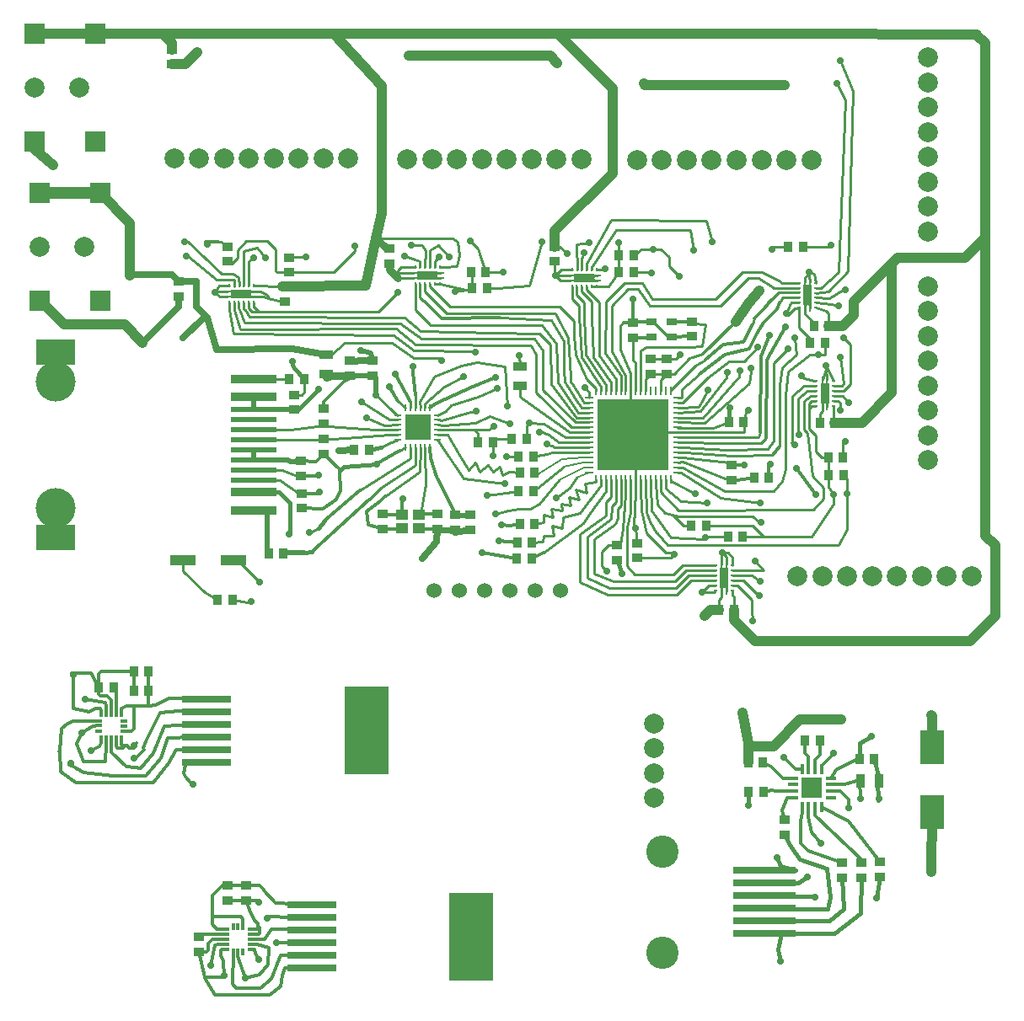
<source format=gtl>
G04 (created by PCBNEW (2013-08-24 BZR 4298)-stable) date Sat 23 Aug 2014 11:13:58 AM PDT*
%MOIN*%
G04 Gerber Fmt 3.4, Leading zero omitted, Abs format*
%FSLAX34Y34*%
G01*
G70*
G90*
G04 APERTURE LIST*
%ADD10C,0.005906*%
%ADD11R,0.009843X0.033465*%
%ADD12R,0.033465X0.009843*%
%ADD13R,0.281496X0.281496*%
%ADD14C,0.078700*%
%ADD15R,0.078700X0.078700*%
%ADD16R,0.035400X0.039400*%
%ADD17R,0.039400X0.035400*%
%ADD18R,0.098400X0.098400*%
%ADD19O,0.009800X0.031500*%
%ADD20O,0.031500X0.009800*%
%ADD21C,0.023622*%
%ADD22R,0.039370X0.031496*%
%ADD23R,0.055000X0.035000*%
%ADD24C,0.078740*%
%ADD25R,0.100000X0.039000*%
%ADD26C,0.060000*%
%ADD27R,0.009843X0.011811*%
%ADD28R,0.009800X0.011811*%
%ADD29R,0.009800X0.011826*%
%ADD30C,0.011811*%
%ADD31R,0.078740X0.035433*%
%ADD32R,0.027600X0.009800*%
%ADD33R,0.011811X0.009843*%
%ADD34R,0.011811X0.009800*%
%ADD35R,0.011826X0.009800*%
%ADD36R,0.035433X0.078740*%
%ADD37R,0.009800X0.027600*%
%ADD38R,0.181102X0.031890*%
%ADD39R,0.181102X0.024016*%
%ADD40C,0.157480*%
%ADD41R,0.153543X0.098425*%
%ADD42R,0.047244X0.043307*%
%ADD43R,0.196850X0.029921*%
%ADD44R,0.177165X0.346457*%
%ADD45R,0.011811X0.031496*%
%ADD46R,0.031496X0.011811*%
%ADD47R,0.094500X0.137800*%
%ADD48R,0.035000X0.055000*%
%ADD49R,0.250000X0.029921*%
%ADD50C,0.127953*%
%ADD51R,0.082677X0.082677*%
%ADD52R,0.013780X0.039370*%
%ADD53R,0.039370X0.013780*%
%ADD54C,0.019685*%
%ADD55C,0.027559*%
%ADD56C,0.009843*%
%ADD57C,0.015748*%
%ADD58C,0.039370*%
%ADD59C,0.013780*%
%ADD60C,0.011811*%
%ADD61C,0.027559*%
%ADD62C,0.047244*%
%ADD63C,0.031496*%
%ADD64C,0.019685*%
%ADD65C,0.007874*%
%ADD66C,0.023622*%
G04 APERTURE END LIST*
G54D10*
G54D11*
X59807Y-37259D03*
X60003Y-37259D03*
X58625Y-37259D03*
X58822Y-37259D03*
X59216Y-37259D03*
X59019Y-37259D03*
X59610Y-37259D03*
X59413Y-37259D03*
X57838Y-37259D03*
X58035Y-37259D03*
X58429Y-37259D03*
X58232Y-37259D03*
X57444Y-37259D03*
X57641Y-37259D03*
X57248Y-37259D03*
X57051Y-37259D03*
G54D12*
X56775Y-36984D03*
X56775Y-36787D03*
X56775Y-36393D03*
X56775Y-36590D03*
X56775Y-35803D03*
X56775Y-35606D03*
X56775Y-36000D03*
X56775Y-36196D03*
X56775Y-34622D03*
X56775Y-34425D03*
X56775Y-35015D03*
X56775Y-34818D03*
X56775Y-35212D03*
X56775Y-35409D03*
X56775Y-34031D03*
X56775Y-34228D03*
G54D11*
X57051Y-33755D03*
X57248Y-33755D03*
X57641Y-33755D03*
X57444Y-33755D03*
X58232Y-33755D03*
X58429Y-33755D03*
X58035Y-33755D03*
X57838Y-33755D03*
X59413Y-33755D03*
X59610Y-33755D03*
X59019Y-33755D03*
X59216Y-33755D03*
X58822Y-33755D03*
X58625Y-33755D03*
X60003Y-33755D03*
X59807Y-33755D03*
G54D12*
X60279Y-34228D03*
X60279Y-34031D03*
X60279Y-35409D03*
X60279Y-35212D03*
X60279Y-34818D03*
X60279Y-35007D03*
X60279Y-34425D03*
X60279Y-34622D03*
X60279Y-36196D03*
X60279Y-36000D03*
X60279Y-35606D03*
X60279Y-35803D03*
X60279Y-36590D03*
X60279Y-36393D03*
X60279Y-36787D03*
X60279Y-36984D03*
G54D13*
X58527Y-35507D03*
G54D14*
X36811Y-28070D03*
G54D15*
X35039Y-25940D03*
X37441Y-25940D03*
X35039Y-30202D03*
X37441Y-30202D03*
G54D14*
X35039Y-28070D03*
G54D16*
X52973Y-35787D03*
X52381Y-35787D03*
G54D17*
X47322Y-32578D03*
X47322Y-33170D03*
X51496Y-39272D03*
X51496Y-38680D03*
G54D18*
X50003Y-35208D03*
G54D19*
X49511Y-35995D03*
X49708Y-35995D03*
X49905Y-35995D03*
X50101Y-35995D03*
X50298Y-35995D03*
X50495Y-35995D03*
G54D20*
X50790Y-35700D03*
X50790Y-35503D03*
X50790Y-35306D03*
X50790Y-35110D03*
X50790Y-34913D03*
X50790Y-34716D03*
G54D19*
X50495Y-34421D03*
X50298Y-34421D03*
X50101Y-34421D03*
X49905Y-34421D03*
X49708Y-34421D03*
X49511Y-34421D03*
G54D20*
X49216Y-34716D03*
X49216Y-34913D03*
X49216Y-35110D03*
X49216Y-35306D03*
X49216Y-35503D03*
X49216Y-35700D03*
G54D21*
X50003Y-35208D03*
X49703Y-34908D03*
X49703Y-35508D03*
X50303Y-34908D03*
X50303Y-35508D03*
G54D16*
X47491Y-36114D03*
X48083Y-36114D03*
G54D17*
X52086Y-39272D03*
X52086Y-38680D03*
X50787Y-39233D03*
X50787Y-38641D03*
X48622Y-39233D03*
X48622Y-38641D03*
X48228Y-32578D03*
X48228Y-33170D03*
X62401Y-36711D03*
X62401Y-37303D03*
G54D16*
X53719Y-35669D03*
X54311Y-35669D03*
X62894Y-35000D03*
X62302Y-35000D03*
G54D17*
X59842Y-32499D03*
X59842Y-33091D03*
X58533Y-31081D03*
X58533Y-31673D03*
X60866Y-31614D03*
X60866Y-31022D03*
X59212Y-32499D03*
X59212Y-33091D03*
G54D16*
X54626Y-39035D03*
X54034Y-39035D03*
X54528Y-39763D03*
X53936Y-39763D03*
X54508Y-40393D03*
X53916Y-40393D03*
X54587Y-36377D03*
X53995Y-36377D03*
X54626Y-37007D03*
X54034Y-37007D03*
X54587Y-37716D03*
X53995Y-37716D03*
G54D17*
X46283Y-35051D03*
X46283Y-34459D03*
X46291Y-35664D03*
X46291Y-36256D03*
X45385Y-37134D03*
X45385Y-36542D03*
X45405Y-37822D03*
X45405Y-38414D03*
G54D16*
X44693Y-40208D03*
X44101Y-40208D03*
G54D17*
X57874Y-39861D03*
X57874Y-40453D03*
G54D16*
X45516Y-33295D03*
X44924Y-33295D03*
G54D17*
X45106Y-34512D03*
X45106Y-33920D03*
X58681Y-39782D03*
X58681Y-40374D03*
X40551Y-30020D03*
X40551Y-29428D03*
G54D22*
X59251Y-31633D03*
X60039Y-31633D03*
X59251Y-31043D03*
X60039Y-31043D03*
G54D16*
X42677Y-42047D03*
X42085Y-42047D03*
G54D23*
X54055Y-33563D03*
X54055Y-32813D03*
G54D16*
X63306Y-37185D03*
X63898Y-37185D03*
G54D24*
X44311Y-24566D03*
X45295Y-24566D03*
X41358Y-24566D03*
X40374Y-24566D03*
X42342Y-24566D03*
X43326Y-24566D03*
X47263Y-24566D03*
X46279Y-24566D03*
X67972Y-41102D03*
X66988Y-41102D03*
X70925Y-41102D03*
X71909Y-41102D03*
X69940Y-41102D03*
X68956Y-41102D03*
X65019Y-41102D03*
X66003Y-41102D03*
X70196Y-33562D03*
X70196Y-34547D03*
X70196Y-30610D03*
X70196Y-29625D03*
X70196Y-31594D03*
X70196Y-32578D03*
X70196Y-36515D03*
X70196Y-35531D03*
X70196Y-24507D03*
X70196Y-25492D03*
X70196Y-21555D03*
X70196Y-20570D03*
X70196Y-22539D03*
X70196Y-23523D03*
X70196Y-27460D03*
X70196Y-26476D03*
X53523Y-24606D03*
X54507Y-24606D03*
X50570Y-24606D03*
X49586Y-24606D03*
X51555Y-24606D03*
X52539Y-24606D03*
X56476Y-24606D03*
X55492Y-24606D03*
X62618Y-24645D03*
X63602Y-24645D03*
X59665Y-24645D03*
X58681Y-24645D03*
X60649Y-24645D03*
X61633Y-24645D03*
X65570Y-24645D03*
X64586Y-24645D03*
G54D16*
X52697Y-29055D03*
X52105Y-29055D03*
X60833Y-39090D03*
X61425Y-39090D03*
X62274Y-39531D03*
X62866Y-39531D03*
X66851Y-37086D03*
X66259Y-37086D03*
X66831Y-36397D03*
X66239Y-36397D03*
X66103Y-31850D03*
X65511Y-31850D03*
X65256Y-28051D03*
X64664Y-28051D03*
X58544Y-29074D03*
X57952Y-29074D03*
X58544Y-28385D03*
X57952Y-28385D03*
X52736Y-29685D03*
X52144Y-29685D03*
X61924Y-42440D03*
X62516Y-42440D03*
X65904Y-35029D03*
X66496Y-35029D03*
X65668Y-31200D03*
X66260Y-31200D03*
G54D17*
X55433Y-28642D03*
X55433Y-28050D03*
X44921Y-28483D03*
X44921Y-29075D03*
X42480Y-28050D03*
X42480Y-28642D03*
X48897Y-28721D03*
X48897Y-28129D03*
X44744Y-30217D03*
X44744Y-29625D03*
X40275Y-20847D03*
X40275Y-20255D03*
G54D14*
X36614Y-21771D03*
G54D15*
X34842Y-19641D03*
X37244Y-19641D03*
X34842Y-23903D03*
X37244Y-23903D03*
G54D14*
X34842Y-21771D03*
G54D25*
X40732Y-40472D03*
X42732Y-40472D03*
G54D23*
X46377Y-32341D03*
X46377Y-33091D03*
G54D26*
X54641Y-41657D03*
X55641Y-41659D03*
X50649Y-41657D03*
X51649Y-41659D03*
X53645Y-41659D03*
X52645Y-41657D03*
G54D27*
X42539Y-30255D03*
G54D28*
X43326Y-30255D03*
X42736Y-30255D03*
X43130Y-30255D03*
X42932Y-30255D03*
X43523Y-30255D03*
X43525Y-29586D03*
X42935Y-29586D03*
X43131Y-29586D03*
X42738Y-29586D03*
X43328Y-29586D03*
G54D29*
X42541Y-29586D03*
G54D30*
X43031Y-29921D03*
X42755Y-29921D03*
X43307Y-29921D03*
G54D31*
X43031Y-29921D03*
G54D32*
X43562Y-30019D03*
X43562Y-29823D03*
X42500Y-30019D03*
X42500Y-29823D03*
G54D27*
X56102Y-29625D03*
G54D28*
X56889Y-29625D03*
X56299Y-29625D03*
X56693Y-29625D03*
X56495Y-29625D03*
X57086Y-29625D03*
X57088Y-28956D03*
X56498Y-28956D03*
X56694Y-28956D03*
X56301Y-28956D03*
X56891Y-28956D03*
G54D29*
X56104Y-28956D03*
G54D30*
X56594Y-29291D03*
X56318Y-29291D03*
X56870Y-29291D03*
G54D31*
X56594Y-29291D03*
G54D32*
X57125Y-29389D03*
X57125Y-29193D03*
X56063Y-29389D03*
X56063Y-29193D03*
G54D33*
X65767Y-33366D03*
G54D34*
X65767Y-34153D03*
X65767Y-33563D03*
X65767Y-33957D03*
X65767Y-33759D03*
X65767Y-34350D03*
X66437Y-34352D03*
X66437Y-33762D03*
X66437Y-33958D03*
X66437Y-33565D03*
X66437Y-34155D03*
G54D35*
X66437Y-33368D03*
G54D30*
X66102Y-33858D03*
X66102Y-33582D03*
X66102Y-34133D03*
G54D36*
X66102Y-33858D03*
G54D37*
X66004Y-34389D03*
X66200Y-34389D03*
X66004Y-33327D03*
X66200Y-33327D03*
G54D33*
X65078Y-29488D03*
G54D34*
X65078Y-30275D03*
X65078Y-29685D03*
X65078Y-30079D03*
X65078Y-29881D03*
X65078Y-30472D03*
X65748Y-30474D03*
X65748Y-29884D03*
X65748Y-30080D03*
X65748Y-29687D03*
X65748Y-30277D03*
G54D35*
X65748Y-29490D03*
G54D30*
X65413Y-29980D03*
X65413Y-29704D03*
X65413Y-30255D03*
G54D36*
X65413Y-29980D03*
G54D37*
X65315Y-30511D03*
X65511Y-30511D03*
X65315Y-29449D03*
X65511Y-29449D03*
G54D33*
X61795Y-40677D03*
G54D34*
X61795Y-41464D03*
X61795Y-40874D03*
X61795Y-41268D03*
X61795Y-41070D03*
X61795Y-41661D03*
X62464Y-41663D03*
X62464Y-41073D03*
X62464Y-41269D03*
X62464Y-40876D03*
X62464Y-41466D03*
G54D35*
X62464Y-40679D03*
G54D30*
X62129Y-41169D03*
X62129Y-40893D03*
X62129Y-41444D03*
G54D36*
X62129Y-41169D03*
G54D37*
X62031Y-41700D03*
X62227Y-41700D03*
X62031Y-40638D03*
X62227Y-40638D03*
G54D27*
X49901Y-29547D03*
G54D28*
X50688Y-29547D03*
X50098Y-29547D03*
X50492Y-29547D03*
X50294Y-29547D03*
X50885Y-29547D03*
X50887Y-28877D03*
X50297Y-28877D03*
X50493Y-28877D03*
X50100Y-28877D03*
X50690Y-28877D03*
G54D29*
X49903Y-28877D03*
G54D30*
X50393Y-29212D03*
X50118Y-29212D03*
X50669Y-29212D03*
G54D31*
X50393Y-29212D03*
G54D32*
X50924Y-29310D03*
X50924Y-29114D03*
X49862Y-29310D03*
X49862Y-29114D03*
G54D38*
X43523Y-33291D03*
X43523Y-34015D03*
G54D39*
X43523Y-34488D03*
X43523Y-34889D03*
X43523Y-35692D03*
X43523Y-37291D03*
X43523Y-36488D03*
G54D38*
X43523Y-38488D03*
X43523Y-37763D03*
G54D39*
X43523Y-36090D03*
X43523Y-36889D03*
G54D40*
X35681Y-38389D03*
X35681Y-33389D03*
G54D39*
X43523Y-35291D03*
G54D41*
X35681Y-32228D03*
X35681Y-39551D03*
G54D42*
X50059Y-38661D03*
X49389Y-38661D03*
X50059Y-39212D03*
X49389Y-39212D03*
G54D16*
X38768Y-44852D03*
X39360Y-44852D03*
X38768Y-45639D03*
X39360Y-45639D03*
X37391Y-45482D03*
X37983Y-45482D03*
G54D43*
X41663Y-45964D03*
X41663Y-46964D03*
X41663Y-47964D03*
X41663Y-47464D03*
X41663Y-48464D03*
X41663Y-46464D03*
G54D44*
X47982Y-47214D03*
G54D45*
X38080Y-46525D03*
X38277Y-46525D03*
X38277Y-47529D03*
X37885Y-46525D03*
X37687Y-46525D03*
X37490Y-46525D03*
G54D46*
X37381Y-46830D03*
X37381Y-47013D03*
X37381Y-47224D03*
G54D45*
X37490Y-47529D03*
X37687Y-47529D03*
X37885Y-47529D03*
X38080Y-47529D03*
G54D46*
X38385Y-47224D03*
X38385Y-47021D03*
X38385Y-46830D03*
G54D47*
X70364Y-50423D03*
X70364Y-47863D03*
G54D48*
X67508Y-49183D03*
X68258Y-49183D03*
G54D49*
X63710Y-52746D03*
X63710Y-53746D03*
X63710Y-54746D03*
X63710Y-54246D03*
X63710Y-55246D03*
G54D50*
X59685Y-55996D03*
X59685Y-51996D03*
G54D49*
X63710Y-53246D03*
G54D51*
X65590Y-49468D03*
G54D52*
X65206Y-50216D03*
X65462Y-50216D03*
X65718Y-50216D03*
X65974Y-50216D03*
G54D53*
X66338Y-49852D03*
X66338Y-49596D03*
X66338Y-49340D03*
X66338Y-49084D03*
G54D52*
X65974Y-48720D03*
X65718Y-48720D03*
X65462Y-48720D03*
X65206Y-48720D03*
G54D53*
X64842Y-49084D03*
X64842Y-49340D03*
X64842Y-49596D03*
X64842Y-49852D03*
G54D54*
X65590Y-49468D03*
X65364Y-49242D03*
X65364Y-49694D03*
X65816Y-49242D03*
X65816Y-49694D03*
G54D16*
X68061Y-48316D03*
X67469Y-48316D03*
X63662Y-48474D03*
X63070Y-48474D03*
X63671Y-49616D03*
X63079Y-49616D03*
G54D17*
X67549Y-52430D03*
X67549Y-53022D03*
G54D16*
X65906Y-47588D03*
X65314Y-47588D03*
G54D17*
X68297Y-52410D03*
X68297Y-53002D03*
X66781Y-53022D03*
X66781Y-52430D03*
X64507Y-50747D03*
X64507Y-51339D03*
G54D24*
X59340Y-47903D03*
X59340Y-46919D03*
X59340Y-49872D03*
X59340Y-48887D03*
G54D46*
X42401Y-55275D03*
X42401Y-55078D03*
X43405Y-55078D03*
X42401Y-55470D03*
X42401Y-55669D03*
X42401Y-55866D03*
G54D45*
X42706Y-55974D03*
X42889Y-55974D03*
X43100Y-55974D03*
G54D46*
X43405Y-55866D03*
X43405Y-55669D03*
X43405Y-55470D03*
X43405Y-55275D03*
G54D45*
X43100Y-54970D03*
X42897Y-54970D03*
X42706Y-54970D03*
G54D43*
X45807Y-54104D03*
X45807Y-55104D03*
X45807Y-56104D03*
X45807Y-55604D03*
X45807Y-56604D03*
X45807Y-54604D03*
G54D44*
X52125Y-55354D03*
G54D17*
X41358Y-55965D03*
X41358Y-55373D03*
X43208Y-53918D03*
X43208Y-53326D03*
X42500Y-53918D03*
X42500Y-53326D03*
G54D55*
X47519Y-28031D03*
X49212Y-29881D03*
X58070Y-40984D03*
X50944Y-32559D03*
X61244Y-41728D03*
X60165Y-40220D03*
X65763Y-37854D03*
X66444Y-37850D03*
X64015Y-28169D03*
X64586Y-30688D03*
X63503Y-29744D03*
X64507Y-21673D03*
X58937Y-21614D03*
X57952Y-27893D03*
X49645Y-20511D03*
X55511Y-20787D03*
X51496Y-29842D03*
X63937Y-36653D03*
X54409Y-35039D03*
X65000Y-36840D03*
X40728Y-31673D03*
X53011Y-35177D03*
X62362Y-34448D03*
X62637Y-31062D03*
X48334Y-33925D03*
X48385Y-36673D03*
X65409Y-52988D03*
X67529Y-49891D03*
X53070Y-33228D03*
X61476Y-33740D03*
X56633Y-33622D03*
X53149Y-33661D03*
X53070Y-38622D03*
X51811Y-33188D03*
X53661Y-35078D03*
X55472Y-37992D03*
X49409Y-38031D03*
X43425Y-42086D03*
X52992Y-36338D03*
X61338Y-42677D03*
X62062Y-40181D03*
X66160Y-32776D03*
X65472Y-29074D03*
X55452Y-29192D03*
X41299Y-20354D03*
X49212Y-29291D03*
X58503Y-30118D03*
X41968Y-29881D03*
X35590Y-24842D03*
X54015Y-32362D03*
X62933Y-36692D03*
X60393Y-32322D03*
X63070Y-34527D03*
X58602Y-39212D03*
X50196Y-40413D03*
X47755Y-32165D03*
X46889Y-36141D03*
X39133Y-31850D03*
X46082Y-33700D03*
X44901Y-39448D03*
X41112Y-49340D03*
X38780Y-47794D03*
X36387Y-45009D03*
X36702Y-47293D03*
X70324Y-46584D03*
X64488Y-48267D03*
X64212Y-52224D03*
X65940Y-51649D03*
X68238Y-49891D03*
X43720Y-54015D03*
X42342Y-56889D03*
X43188Y-56988D03*
X37096Y-48001D03*
X38769Y-48297D03*
X44035Y-54645D03*
X43720Y-56259D03*
X40787Y-27874D03*
X40866Y-28425D03*
X43503Y-28503D03*
X43976Y-28503D03*
X63267Y-42874D03*
X63503Y-41850D03*
X63543Y-41299D03*
X63346Y-40511D03*
X49763Y-28011D03*
X49488Y-28425D03*
X50866Y-28464D03*
X51259Y-28464D03*
X56574Y-28287D03*
X56791Y-27913D03*
X60905Y-28208D03*
X61653Y-27854D03*
X66732Y-20708D03*
X66574Y-21594D03*
X66653Y-30393D03*
X66929Y-29763D03*
X66838Y-31681D03*
X66724Y-32433D03*
X66724Y-34539D03*
X67066Y-34236D03*
X67037Y-50265D03*
X66466Y-48100D03*
X68159Y-53828D03*
X65712Y-53787D03*
X52755Y-37913D03*
X52322Y-34566D03*
X52559Y-40157D03*
X48897Y-33602D03*
X53228Y-39685D03*
X49133Y-33110D03*
X53307Y-39055D03*
X49803Y-32795D03*
X45728Y-39350D03*
X45039Y-32598D03*
X53464Y-37440D03*
X53503Y-36377D03*
X61456Y-38208D03*
X65070Y-35484D03*
X60984Y-37834D03*
X64905Y-35885D03*
X64566Y-31220D03*
X60354Y-29232D03*
X59330Y-28149D03*
X63917Y-31558D03*
X54921Y-27874D03*
X63188Y-32854D03*
X53385Y-29055D03*
X52086Y-27834D03*
X62755Y-32972D03*
X45590Y-28464D03*
X62244Y-33031D03*
X41692Y-27952D03*
X63582Y-38976D03*
X61381Y-39570D03*
X66978Y-37824D03*
X63543Y-38183D03*
X66909Y-35757D03*
X65846Y-32342D03*
X64901Y-31653D03*
X66338Y-28011D03*
X64645Y-32106D03*
X59251Y-29094D03*
X52283Y-32244D03*
X55118Y-35866D03*
X63464Y-32047D03*
X65177Y-33169D03*
X36860Y-45954D03*
X36269Y-48513D03*
X44429Y-55590D03*
X41830Y-56496D03*
X47783Y-34196D03*
X46074Y-37110D03*
X47984Y-34826D03*
X46114Y-37771D03*
X64346Y-56338D03*
X63070Y-50177D03*
X55905Y-28326D03*
X57401Y-28937D03*
X62864Y-46486D03*
X70314Y-52814D03*
X66761Y-46781D03*
X67942Y-47431D03*
X53543Y-34370D03*
X54803Y-35393D03*
X43740Y-41338D03*
X57480Y-40905D03*
G54D56*
X43523Y-30452D02*
X43543Y-30452D01*
X43523Y-30255D02*
X43523Y-30452D01*
X43543Y-30452D02*
X43720Y-30629D01*
X47519Y-28031D02*
X47519Y-28228D01*
X46692Y-29055D02*
X44921Y-29075D01*
X47519Y-28228D02*
X46692Y-29055D01*
X48464Y-30629D02*
X49212Y-29881D01*
X43464Y-30629D02*
X43720Y-30629D01*
X43720Y-30629D02*
X48464Y-30629D01*
X43326Y-30491D02*
X43464Y-30629D01*
X43326Y-30491D02*
X43326Y-30255D01*
X65078Y-30275D02*
X64783Y-30275D01*
X64763Y-30295D02*
X64586Y-30688D01*
X64783Y-30275D02*
X64763Y-30295D01*
X64901Y-30492D02*
X65058Y-30492D01*
X64586Y-30688D02*
X64665Y-30767D01*
X64901Y-30492D02*
X64665Y-30767D01*
X65058Y-30492D02*
X65078Y-30472D01*
X65511Y-31850D02*
X65511Y-31711D01*
X65511Y-31711D02*
X65078Y-31279D01*
X65078Y-31279D02*
X65078Y-30472D01*
G54D57*
X57874Y-40433D02*
X58070Y-40984D01*
G54D56*
X50748Y-32480D02*
X50866Y-32480D01*
X46595Y-32341D02*
X47125Y-31850D01*
X47125Y-31850D02*
X48976Y-31850D01*
X48976Y-31850D02*
X49842Y-32480D01*
X49842Y-32480D02*
X50748Y-32480D01*
X46595Y-32341D02*
X46377Y-32341D01*
X50866Y-32480D02*
X50944Y-32559D01*
X52381Y-35787D02*
X52381Y-35452D01*
X52381Y-35452D02*
X52235Y-35306D01*
X54311Y-35669D02*
X54311Y-35137D01*
X54311Y-35137D02*
X54409Y-35039D01*
X61795Y-41661D02*
X61783Y-41661D01*
X61716Y-41728D02*
X61244Y-41728D01*
X61783Y-41661D02*
X61716Y-41728D01*
X61795Y-41464D02*
X61508Y-41464D01*
X61508Y-41464D02*
X61244Y-41728D01*
X58681Y-40374D02*
X60011Y-40374D01*
X60011Y-40374D02*
X60165Y-40220D01*
X59039Y-39389D02*
X58853Y-38515D01*
X59803Y-40153D02*
X59039Y-39389D01*
X60098Y-40153D02*
X59803Y-40153D01*
X60165Y-40220D02*
X60098Y-40153D01*
X61425Y-39090D02*
X63251Y-39090D01*
X63251Y-39090D02*
X63692Y-39531D01*
X66444Y-37850D02*
X66444Y-38216D01*
X65578Y-39531D02*
X63692Y-39531D01*
X63692Y-39531D02*
X62866Y-39531D01*
X66444Y-38216D02*
X65578Y-39531D01*
X65767Y-34350D02*
X65598Y-34350D01*
X65598Y-34350D02*
X65480Y-34468D01*
X65767Y-34153D02*
X65579Y-34153D01*
X65980Y-36397D02*
X66239Y-36397D01*
X65751Y-36169D02*
X65980Y-36397D01*
X65751Y-35527D02*
X65751Y-36169D01*
X65480Y-35255D02*
X65751Y-35527D01*
X65480Y-34251D02*
X65480Y-34468D01*
X65480Y-34468D02*
X65480Y-35255D01*
X65579Y-34153D02*
X65480Y-34251D01*
X66259Y-37086D02*
X66259Y-37578D01*
X66444Y-37850D02*
X66259Y-37578D01*
X66239Y-36397D02*
X66239Y-37066D01*
X66239Y-37066D02*
X66259Y-37086D01*
X66259Y-37086D02*
X66259Y-37166D01*
X64664Y-28051D02*
X64133Y-28051D01*
X64133Y-28051D02*
X64015Y-28169D01*
G54D57*
X63515Y-29800D02*
X63503Y-29744D01*
G54D58*
X58937Y-21614D02*
X58996Y-21673D01*
X58996Y-21673D02*
X64507Y-21673D01*
G54D56*
X57952Y-27894D02*
X57952Y-27893D01*
X57952Y-27894D02*
X57952Y-28385D01*
G54D58*
X55236Y-20511D02*
X49645Y-20511D01*
X55511Y-20787D02*
X55236Y-20511D01*
G54D56*
X60728Y-35216D02*
X60283Y-35216D01*
X60283Y-35216D02*
X60279Y-35212D01*
X57952Y-29074D02*
X57952Y-28385D01*
X57086Y-29625D02*
X57558Y-29625D01*
X57558Y-29625D02*
X57952Y-29074D01*
X56889Y-29625D02*
X57086Y-29625D01*
X52144Y-29685D02*
X52144Y-29744D01*
X52144Y-29744D02*
X51496Y-29842D01*
X52144Y-29685D02*
X52144Y-29094D01*
X52144Y-29094D02*
X52105Y-29055D01*
X50885Y-29547D02*
X52046Y-29783D01*
X52046Y-29783D02*
X52144Y-29685D01*
X50688Y-29547D02*
X50885Y-29547D01*
X42480Y-28642D02*
X42656Y-28721D01*
X42656Y-28721D02*
X42874Y-28503D01*
X42874Y-28503D02*
X42874Y-28188D01*
X42874Y-28188D02*
X43228Y-27834D01*
X43228Y-27834D02*
X44055Y-27834D01*
X44055Y-27834D02*
X44370Y-28149D01*
X44370Y-28149D02*
X44370Y-29015D01*
X44370Y-29015D02*
X44429Y-29075D01*
X44429Y-29075D02*
X44921Y-29075D01*
G54D59*
X63898Y-37185D02*
X63898Y-36692D01*
X63898Y-36692D02*
X63937Y-36653D01*
G54D56*
X55866Y-35610D02*
X55000Y-35078D01*
X55000Y-35078D02*
X54409Y-35039D01*
X56775Y-35606D02*
X56535Y-35607D01*
X56535Y-35607D02*
X55866Y-35610D01*
X59842Y-33091D02*
X59212Y-33091D01*
X59842Y-33091D02*
X60137Y-33091D01*
G54D58*
X62598Y-31023D02*
X63129Y-30275D01*
G54D60*
X61299Y-32283D02*
X62598Y-31023D01*
G54D56*
X60748Y-32480D02*
X61299Y-32283D01*
X60137Y-33091D02*
X60748Y-32480D01*
X59610Y-33755D02*
X59610Y-33323D01*
X59610Y-33323D02*
X59842Y-33091D01*
X59019Y-33755D02*
X59019Y-33284D01*
X59019Y-33284D02*
X59212Y-33091D01*
G54D60*
X65000Y-36840D02*
X65763Y-37854D01*
X65763Y-37854D02*
X65768Y-37859D01*
G54D61*
X41692Y-30866D02*
X41535Y-30866D01*
X41535Y-30866D02*
X40728Y-31673D01*
X46220Y-32302D02*
X46180Y-32302D01*
X41259Y-30433D02*
X41259Y-29428D01*
X42066Y-32122D02*
X41692Y-30866D01*
X41692Y-30866D02*
X41259Y-30433D01*
X45039Y-32103D02*
X42066Y-32122D01*
X46180Y-32302D02*
X45039Y-32103D01*
X40551Y-29428D02*
X41259Y-29428D01*
X38622Y-29173D02*
X40296Y-29173D01*
X40296Y-29173D02*
X40551Y-29428D01*
G54D56*
X50790Y-35306D02*
X52235Y-35306D01*
X52235Y-35306D02*
X52823Y-35306D01*
X52823Y-35306D02*
X53011Y-35177D01*
X58828Y-37568D02*
X58854Y-38535D01*
X58822Y-37259D02*
X58828Y-37568D01*
X57893Y-40413D02*
X57874Y-40453D01*
G54D57*
X63517Y-29742D02*
X63515Y-29800D01*
G54D58*
X63515Y-29800D02*
X63129Y-30275D01*
G54D57*
X63129Y-30275D02*
X62637Y-31062D01*
G54D56*
X60712Y-35216D02*
X60728Y-35216D01*
X60728Y-35216D02*
X61673Y-35216D01*
X61673Y-35216D02*
X62302Y-35000D01*
G54D57*
X62302Y-35000D02*
X62320Y-34608D01*
X62320Y-34608D02*
X62303Y-34547D01*
X62303Y-34547D02*
X62362Y-34448D01*
X62362Y-34448D02*
X62363Y-34448D01*
G54D58*
X38622Y-27121D02*
X37441Y-25940D01*
X38622Y-29212D02*
X38622Y-29173D01*
X38622Y-29173D02*
X38622Y-27121D01*
G54D62*
X37441Y-25940D02*
X35039Y-25940D01*
G54D63*
X37621Y-26121D02*
X37441Y-25940D01*
X46377Y-33091D02*
X46377Y-33228D01*
X46377Y-33228D02*
X46595Y-33170D01*
X46595Y-33170D02*
X47322Y-33170D01*
G54D57*
X48385Y-36673D02*
X47093Y-36771D01*
X47093Y-36771D02*
X46916Y-36948D01*
G54D64*
X48334Y-33925D02*
X48334Y-33236D01*
X48334Y-33236D02*
X48228Y-33170D01*
G54D56*
X46916Y-36948D02*
X46916Y-36881D01*
G54D60*
X46916Y-36881D02*
X46291Y-36256D01*
X46255Y-38417D02*
X46771Y-38070D01*
X46943Y-37689D02*
X46916Y-36948D01*
X46771Y-38070D02*
X46943Y-37689D01*
X45405Y-38414D02*
X46255Y-38417D01*
G54D64*
X43523Y-36090D02*
X43523Y-36488D01*
G54D60*
X47460Y-33189D02*
X47086Y-33405D01*
X46283Y-34208D02*
X46283Y-34459D01*
X47086Y-33405D02*
X46283Y-34208D01*
G54D64*
X45385Y-36542D02*
X44936Y-36550D01*
X44874Y-36488D02*
X43523Y-36488D01*
X44936Y-36550D02*
X44874Y-36488D01*
G54D60*
X45385Y-36542D02*
X45997Y-36550D01*
X45997Y-36550D02*
X46291Y-36256D01*
G54D61*
X47334Y-33181D02*
X47460Y-33189D01*
G54D64*
X47460Y-33189D02*
X47488Y-33162D01*
X47488Y-33162D02*
X48228Y-33170D01*
G54D56*
X49216Y-34716D02*
X49085Y-34620D01*
X49085Y-34620D02*
X48985Y-34547D01*
G54D57*
X48361Y-36658D02*
X48361Y-36655D01*
G54D60*
X49299Y-36121D02*
X48361Y-36655D01*
G54D56*
X49511Y-35995D02*
X49299Y-36121D01*
G54D57*
X48385Y-36673D02*
X48361Y-36658D01*
G54D56*
X48985Y-34547D02*
X48334Y-33925D01*
G54D57*
X63710Y-53246D02*
X65051Y-53230D01*
X65051Y-53230D02*
X65352Y-53045D01*
X65352Y-53045D02*
X65409Y-52988D01*
G54D59*
X67529Y-49891D02*
X67470Y-49153D01*
X66338Y-49340D02*
X66889Y-49336D01*
X66889Y-49336D02*
X67470Y-49153D01*
G54D57*
X67529Y-49891D02*
X67529Y-49891D01*
G54D65*
X56775Y-36590D02*
X56555Y-36594D01*
G54D56*
X55787Y-36771D02*
X54587Y-37716D01*
G54D65*
X56555Y-36594D02*
X55787Y-36771D01*
G54D56*
X61102Y-34389D02*
X61102Y-34389D01*
G54D60*
X53047Y-33150D02*
X53047Y-33150D01*
X53070Y-33228D02*
X53047Y-33150D01*
X50495Y-34421D02*
X50704Y-34260D01*
X50704Y-34260D02*
X52185Y-33582D01*
X52185Y-33582D02*
X53094Y-33232D01*
G54D56*
X61102Y-34389D02*
X60279Y-34425D01*
X61102Y-34389D02*
X61476Y-33740D01*
X56775Y-34031D02*
X56775Y-33838D01*
X51110Y-34560D02*
X51333Y-34321D01*
X51333Y-34321D02*
X52391Y-34005D01*
X52391Y-34005D02*
X53149Y-33661D01*
X51110Y-34560D02*
X50790Y-34716D01*
X56775Y-33838D02*
X56633Y-33622D01*
G54D65*
X56775Y-36787D02*
X56574Y-36791D01*
X56574Y-36791D02*
X55590Y-37283D01*
G54D56*
X55590Y-37283D02*
X54803Y-38228D01*
X54803Y-38228D02*
X54448Y-38425D01*
X54448Y-38425D02*
X54015Y-38425D01*
X54015Y-38425D02*
X53582Y-38503D01*
X53582Y-38503D02*
X53070Y-38622D01*
X51811Y-33188D02*
X51043Y-33582D01*
X50295Y-34271D02*
X50298Y-34421D01*
X50295Y-34271D02*
X51043Y-33582D01*
G54D65*
X56555Y-36397D02*
X56775Y-36393D01*
X56555Y-36397D02*
X55708Y-36456D01*
X55708Y-36456D02*
X54763Y-37070D01*
G54D56*
X54626Y-37007D02*
X54763Y-37070D01*
X56775Y-36196D02*
X55314Y-36200D01*
X55307Y-36208D02*
X55118Y-36259D01*
X54708Y-36330D02*
X54587Y-36377D01*
X55118Y-36259D02*
X54708Y-36330D01*
X55314Y-36200D02*
X55307Y-36208D01*
G54D65*
X56775Y-36984D02*
X56271Y-37204D01*
G54D56*
X56271Y-37204D02*
X56023Y-37598D01*
X55472Y-37992D02*
X56030Y-37603D01*
X56023Y-37598D02*
X56030Y-37603D01*
X50790Y-35110D02*
X51023Y-35118D01*
X51023Y-35118D02*
X52283Y-35019D01*
X52283Y-35019D02*
X52834Y-34763D01*
X52834Y-34763D02*
X53661Y-35078D01*
X53661Y-35078D02*
X53669Y-35072D01*
X54940Y-39724D02*
X54980Y-39488D01*
X57251Y-37251D02*
X57248Y-37255D01*
X57248Y-37511D02*
X56417Y-38582D01*
X54940Y-39724D02*
X54528Y-39763D01*
X55748Y-38759D02*
X55708Y-39212D01*
X56417Y-38582D02*
X55748Y-38759D01*
X57248Y-37511D02*
X57248Y-37255D01*
X55314Y-39114D02*
X55708Y-39212D01*
X55374Y-39507D02*
X55314Y-39114D01*
X54980Y-39488D02*
X55374Y-39507D01*
X57444Y-37736D02*
X57444Y-37263D01*
X57444Y-37720D02*
X57444Y-37736D01*
X57444Y-37736D02*
X56830Y-38598D01*
X56830Y-38598D02*
X56543Y-38988D01*
X56543Y-38988D02*
X55000Y-40177D01*
G54D60*
X55000Y-40177D02*
X54508Y-40393D01*
G54D56*
X57051Y-37259D02*
X57047Y-37381D01*
X57047Y-37381D02*
X56633Y-37440D01*
X56633Y-37440D02*
X56692Y-37795D01*
X56692Y-37795D02*
X56259Y-37677D01*
X56259Y-37677D02*
X56377Y-38070D01*
X56377Y-38070D02*
X55984Y-37952D01*
X55984Y-37952D02*
X56062Y-38307D01*
X56062Y-38307D02*
X55669Y-38228D01*
X55669Y-38228D02*
X55708Y-38503D01*
X55708Y-38503D02*
X55275Y-38425D01*
X55275Y-38425D02*
X55354Y-38779D01*
X55354Y-38779D02*
X55000Y-38661D01*
X55000Y-38661D02*
X55000Y-38976D01*
X55000Y-38976D02*
X54626Y-39035D01*
G54D59*
X50787Y-39233D02*
X50079Y-39233D01*
X50079Y-39233D02*
X50059Y-39212D01*
X49389Y-38661D02*
X49389Y-38051D01*
G54D56*
X49389Y-38051D02*
X49409Y-38031D01*
G54D59*
X49389Y-38661D02*
X48642Y-38661D01*
G54D56*
X48642Y-38661D02*
X48622Y-38641D01*
X42677Y-42047D02*
X43090Y-42106D01*
X43425Y-42165D02*
X43425Y-42086D01*
X43090Y-42106D02*
X43425Y-42165D01*
X52973Y-35787D02*
X52973Y-36319D01*
X52973Y-36319D02*
X52992Y-36338D01*
X53719Y-35669D02*
X53091Y-35669D01*
X53091Y-35669D02*
X52973Y-35787D01*
G54D66*
X51496Y-39272D02*
X50826Y-39272D01*
X50826Y-39272D02*
X50787Y-39233D01*
G54D58*
X61924Y-42440D02*
X61574Y-42440D01*
X61574Y-42440D02*
X61338Y-42677D01*
G54D56*
X62031Y-41700D02*
X62031Y-41932D01*
X61924Y-42040D02*
X61924Y-42440D01*
X62031Y-41932D02*
X61924Y-42040D01*
X62227Y-41700D02*
X62227Y-41542D01*
X62227Y-41542D02*
X62129Y-41444D01*
X62031Y-41700D02*
X62031Y-41542D01*
X62031Y-41542D02*
X62129Y-41444D01*
X62464Y-40679D02*
X62464Y-40350D01*
X62295Y-40181D02*
X62062Y-40181D01*
X62464Y-40350D02*
X62295Y-40181D01*
X62227Y-40638D02*
X62227Y-40346D01*
X62031Y-40212D02*
X62062Y-40181D01*
X62031Y-40212D02*
X62031Y-40638D01*
X62227Y-40346D02*
X62062Y-40181D01*
X66004Y-34389D02*
X66004Y-34576D01*
X65904Y-34675D02*
X65904Y-35029D01*
X66004Y-34576D02*
X65904Y-34675D01*
X66200Y-34389D02*
X66200Y-34231D01*
X66200Y-34231D02*
X66102Y-34133D01*
X66004Y-34389D02*
X66004Y-34231D01*
X66004Y-34231D02*
X66102Y-34133D01*
X66437Y-33368D02*
X66259Y-32972D01*
X66259Y-32972D02*
X66160Y-32776D01*
X66004Y-33327D02*
X66141Y-32893D01*
X66150Y-32786D02*
X66160Y-32776D01*
X66150Y-32786D02*
X66200Y-33327D01*
X66043Y-32765D02*
X66160Y-32776D01*
X66141Y-32893D02*
X66043Y-32765D01*
X65315Y-30511D02*
X65314Y-30728D01*
X65551Y-30925D02*
X65668Y-31200D01*
X65314Y-30728D02*
X65551Y-30925D01*
X65511Y-29449D02*
X65492Y-29212D01*
X65511Y-29094D02*
X65472Y-29074D01*
X65492Y-29212D02*
X65511Y-29094D01*
X65748Y-29490D02*
X65728Y-29311D01*
X65315Y-29311D02*
X65472Y-29074D01*
X65315Y-29311D02*
X65315Y-29449D01*
X65669Y-29133D02*
X65472Y-29074D01*
X65728Y-29311D02*
X65669Y-29133D01*
X65511Y-30511D02*
X65511Y-30353D01*
X65511Y-30353D02*
X65413Y-30255D01*
X65315Y-30511D02*
X65315Y-30353D01*
X65315Y-30353D02*
X65413Y-30255D01*
X57125Y-29193D02*
X56968Y-29193D01*
X56968Y-29193D02*
X56870Y-29291D01*
X57125Y-29389D02*
X56968Y-29389D01*
X56968Y-29389D02*
X56870Y-29291D01*
X56104Y-28956D02*
X55688Y-28956D01*
X55688Y-28956D02*
X55452Y-29192D01*
X56063Y-29389D02*
X55649Y-29389D01*
X55649Y-29389D02*
X55452Y-29192D01*
X56063Y-29193D02*
X55453Y-29193D01*
X55433Y-29173D02*
X55452Y-29192D01*
X55433Y-29173D02*
X55433Y-28642D01*
X55453Y-29193D02*
X55452Y-29192D01*
G54D58*
X40275Y-20847D02*
X40806Y-20847D01*
X40806Y-20847D02*
X41299Y-20354D01*
G54D63*
X48897Y-28721D02*
X48897Y-28976D01*
X48897Y-28976D02*
X49212Y-29291D01*
G54D59*
X58503Y-30118D02*
X58533Y-30718D01*
X58533Y-30718D02*
X58533Y-31081D01*
G54D56*
X50924Y-29310D02*
X50767Y-29310D01*
X50767Y-29310D02*
X50669Y-29212D01*
X50924Y-29114D02*
X50767Y-29114D01*
X50767Y-29114D02*
X50669Y-29212D01*
X43562Y-30019D02*
X43129Y-30019D01*
X43129Y-30019D02*
X43031Y-29921D01*
X43562Y-29823D02*
X43129Y-29823D01*
X43129Y-29823D02*
X43031Y-29921D01*
X49903Y-28877D02*
X49350Y-28877D01*
X49212Y-29015D02*
X49212Y-29291D01*
X49350Y-28877D02*
X49212Y-29015D01*
X49862Y-29114D02*
X49271Y-29114D01*
X49231Y-29310D02*
X49212Y-29291D01*
X49231Y-29310D02*
X49862Y-29310D01*
X49212Y-29173D02*
X49212Y-29291D01*
X49271Y-29114D02*
X49212Y-29173D01*
X43562Y-29823D02*
X43779Y-29822D01*
X43779Y-29822D02*
X44035Y-29980D01*
X44094Y-30039D02*
X44055Y-30078D01*
X44094Y-30039D02*
X44094Y-30039D01*
X44035Y-29980D02*
X44094Y-30039D01*
X44645Y-30217D02*
X44075Y-30099D01*
X43858Y-30019D02*
X44055Y-30078D01*
X43858Y-30019D02*
X43562Y-30019D01*
X44075Y-30099D02*
X44055Y-30078D01*
X42541Y-29586D02*
X42165Y-29606D01*
X42165Y-29606D02*
X41968Y-29881D01*
G54D58*
X34842Y-23903D02*
X34842Y-24212D01*
X34842Y-24212D02*
X35590Y-24842D01*
G54D56*
X42500Y-29823D02*
X42027Y-29823D01*
X42185Y-30019D02*
X41968Y-29881D01*
X42185Y-30019D02*
X42500Y-30019D01*
X42027Y-29823D02*
X41968Y-29881D01*
X54055Y-32813D02*
X54055Y-32755D01*
X54055Y-32755D02*
X54015Y-32362D01*
G54D59*
X62401Y-36711D02*
X62932Y-36692D01*
X62932Y-36692D02*
X62933Y-36692D01*
X59251Y-31043D02*
X58572Y-31043D01*
X58572Y-31043D02*
X58533Y-31081D01*
G54D56*
X59842Y-32499D02*
X59212Y-32499D01*
X59842Y-32499D02*
X60217Y-32499D01*
X60217Y-32499D02*
X60393Y-32322D01*
X62894Y-35000D02*
X63031Y-34488D01*
X63031Y-34488D02*
X63070Y-34527D01*
X62913Y-35393D02*
X62913Y-35018D01*
X60625Y-35409D02*
X62913Y-35393D01*
X60279Y-35409D02*
X60625Y-35409D01*
X62913Y-35018D02*
X62894Y-35000D01*
G54D60*
X59251Y-31043D02*
X59311Y-31043D01*
X59901Y-31633D02*
X60039Y-31633D01*
X59311Y-31043D02*
X59901Y-31633D01*
G54D61*
X50787Y-39233D02*
X50748Y-39724D01*
X50748Y-39724D02*
X50196Y-40413D01*
G54D56*
X59931Y-31564D02*
X59950Y-31564D01*
G54D60*
X60020Y-31634D02*
X60866Y-31614D01*
G54D56*
X59950Y-31564D02*
X60020Y-31634D01*
X58429Y-33755D02*
X58425Y-33070D01*
X58425Y-33070D02*
X58031Y-32125D01*
X58031Y-32125D02*
X58031Y-31181D01*
X58031Y-31181D02*
X58150Y-31081D01*
G54D60*
X58150Y-31081D02*
X58533Y-31081D01*
G54D56*
X58631Y-37775D02*
X58562Y-39094D01*
X58622Y-37401D02*
X58631Y-37775D01*
X58602Y-39212D02*
X58681Y-39782D01*
X60279Y-36393D02*
X60393Y-36397D01*
X60393Y-36397D02*
X60472Y-36397D01*
X60472Y-36397D02*
X62303Y-36594D01*
X62283Y-36712D02*
X62401Y-36711D01*
X62251Y-36712D02*
X62283Y-36712D01*
X62324Y-36609D02*
X62251Y-36712D01*
X62307Y-36598D02*
X62324Y-36609D01*
X62303Y-36594D02*
X62307Y-36598D01*
X58622Y-37401D02*
X58622Y-37263D01*
X58622Y-37263D02*
X58625Y-37259D01*
X60279Y-35409D02*
X58625Y-35409D01*
X58625Y-35409D02*
X58527Y-35507D01*
X58625Y-37259D02*
X58625Y-35606D01*
X58625Y-35606D02*
X58527Y-35507D01*
X58429Y-33755D02*
X58429Y-35409D01*
X58429Y-35409D02*
X58527Y-35507D01*
G54D64*
X47460Y-32597D02*
X47330Y-32585D01*
X47330Y-32585D02*
X47322Y-32578D01*
X48228Y-32578D02*
X48151Y-32252D01*
X48151Y-32252D02*
X47755Y-32165D01*
G54D61*
X47491Y-36114D02*
X46889Y-36141D01*
G54D56*
X58622Y-37389D02*
X58622Y-37401D01*
G54D61*
X48228Y-32578D02*
X47824Y-32575D01*
X47824Y-32575D02*
X47460Y-32597D01*
X52086Y-39272D02*
X51496Y-39351D01*
X40551Y-30020D02*
X40551Y-30433D01*
G54D58*
X35084Y-30202D02*
X36023Y-31141D01*
X36023Y-31141D02*
X38425Y-31141D01*
X38425Y-31141D02*
X39133Y-31850D01*
X35084Y-30202D02*
X35039Y-30202D01*
G54D61*
X40551Y-30433D02*
X39133Y-31850D01*
G54D57*
X45106Y-34512D02*
X45270Y-34512D01*
X45270Y-34512D02*
X46082Y-33700D01*
X43523Y-37763D02*
X44515Y-37763D01*
X44960Y-39389D02*
X44901Y-39448D01*
X44960Y-38208D02*
X44960Y-39389D01*
X44515Y-37763D02*
X44960Y-38208D01*
G54D64*
X43523Y-34488D02*
X43523Y-34015D01*
X45106Y-34512D02*
X43547Y-34512D01*
X43547Y-34512D02*
X43523Y-34488D01*
G54D60*
X41663Y-48464D02*
X40925Y-48464D01*
X40826Y-48562D02*
X40925Y-48464D01*
X40738Y-48887D02*
X40826Y-48562D01*
X40816Y-49045D02*
X40738Y-48887D01*
X41023Y-49251D02*
X40816Y-49045D01*
X41023Y-49251D02*
X41112Y-49340D01*
X38768Y-44852D02*
X38768Y-45639D01*
X37391Y-45482D02*
X37391Y-44951D01*
X37490Y-44852D02*
X38768Y-44852D01*
X37391Y-44951D02*
X37490Y-44852D01*
X38780Y-47783D02*
X38878Y-47696D01*
X38868Y-47706D02*
X38780Y-47794D01*
X37253Y-46348D02*
X37450Y-46348D01*
X37253Y-46348D02*
X37011Y-46452D01*
X36387Y-45009D02*
X36387Y-46348D01*
X36387Y-46348D02*
X37011Y-46452D01*
X37490Y-46387D02*
X37490Y-46525D01*
X37450Y-46348D02*
X37490Y-46387D01*
X37687Y-47529D02*
X37687Y-47765D01*
X36505Y-47726D02*
X36702Y-47293D01*
X36781Y-48435D02*
X36505Y-47726D01*
X37647Y-48435D02*
X36781Y-48435D01*
X37687Y-47765D02*
X37647Y-48435D01*
X37381Y-47013D02*
X37135Y-47017D01*
X36307Y-44929D02*
X37096Y-44931D01*
X36387Y-45009D02*
X36307Y-44929D01*
X37135Y-47017D02*
X36702Y-47293D01*
X37885Y-46525D02*
X37885Y-45996D01*
X37391Y-45776D02*
X37391Y-45482D01*
X37450Y-45836D02*
X37391Y-45776D01*
X37726Y-45836D02*
X37450Y-45836D01*
X37885Y-45996D02*
X37726Y-45836D01*
X37096Y-44931D02*
X37391Y-45482D01*
X38080Y-47529D02*
X38080Y-47844D01*
X38356Y-47883D02*
X38435Y-47805D01*
X38120Y-47883D02*
X38356Y-47883D01*
X38080Y-47844D02*
X38120Y-47883D01*
X38277Y-47529D02*
X38277Y-47765D01*
X38769Y-47903D02*
X38769Y-47794D01*
X38572Y-47903D02*
X38769Y-47903D01*
X38513Y-47805D02*
X38572Y-47903D01*
X38316Y-47805D02*
X38435Y-47805D01*
X38435Y-47805D02*
X38513Y-47805D01*
X38277Y-47765D02*
X38316Y-47805D01*
G54D58*
X70364Y-47863D02*
X70364Y-46624D01*
X70364Y-46624D02*
X70324Y-46584D01*
G54D59*
X65206Y-48720D02*
X64960Y-48720D01*
X64960Y-48720D02*
X64488Y-48267D01*
G54D57*
X63710Y-52746D02*
X64958Y-52746D01*
X64362Y-52574D02*
X64212Y-52224D01*
X64952Y-52740D02*
X64362Y-52574D01*
X64958Y-52746D02*
X64952Y-52740D01*
G54D59*
X65462Y-50216D02*
X65462Y-50629D01*
X65462Y-50629D02*
X65590Y-51240D01*
X65590Y-51240D02*
X65940Y-51649D01*
G54D57*
X68198Y-49163D02*
X68228Y-49950D01*
X68228Y-49950D02*
X68238Y-49891D01*
X68061Y-48316D02*
X68258Y-49103D01*
X68258Y-49103D02*
X68198Y-49163D01*
G54D60*
X42224Y-56102D02*
X42224Y-55905D01*
X42224Y-56102D02*
X42328Y-56344D01*
X42342Y-56889D02*
X42328Y-56344D01*
X42263Y-55866D02*
X42401Y-55866D01*
X42224Y-55905D02*
X42263Y-55866D01*
X43208Y-53918D02*
X43622Y-53918D01*
X43622Y-53918D02*
X43720Y-54015D01*
X43405Y-55669D02*
X43641Y-55669D01*
X43759Y-56850D02*
X43188Y-56988D01*
X44074Y-56476D02*
X43759Y-56850D01*
X44114Y-55807D02*
X44074Y-56476D01*
X43641Y-55669D02*
X44114Y-55807D01*
X42889Y-55974D02*
X42893Y-56141D01*
X42261Y-56970D02*
X41586Y-56970D01*
X42342Y-56889D02*
X42261Y-56970D01*
X42893Y-56141D02*
X43188Y-56988D01*
X42401Y-55470D02*
X41872Y-55470D01*
X41652Y-55965D02*
X41358Y-55965D01*
X41712Y-55905D02*
X41652Y-55965D01*
X41712Y-55629D02*
X41712Y-55905D01*
X41872Y-55470D02*
X41712Y-55629D01*
X45807Y-56604D02*
X44950Y-56604D01*
X41594Y-57007D02*
X41586Y-56970D01*
X41586Y-56970D02*
X41358Y-55965D01*
X41988Y-57677D02*
X41594Y-57007D01*
X44153Y-57677D02*
X41988Y-57677D01*
X44665Y-56889D02*
X44586Y-57322D01*
X44586Y-57322D02*
X44153Y-57677D01*
X44744Y-56614D02*
X44665Y-56889D01*
X44950Y-56604D02*
X44744Y-56614D01*
X43405Y-55275D02*
X43720Y-55275D01*
X43759Y-55000D02*
X43681Y-54921D01*
X43759Y-55236D02*
X43759Y-55000D01*
X43720Y-55275D02*
X43759Y-55236D01*
X43405Y-55078D02*
X43641Y-55078D01*
X43366Y-54291D02*
X43208Y-53918D01*
X43562Y-54724D02*
X43366Y-54291D01*
X43681Y-54842D02*
X43562Y-54724D01*
X43681Y-55039D02*
X43681Y-54921D01*
X43681Y-54921D02*
X43681Y-54842D01*
X43641Y-55078D02*
X43681Y-55039D01*
X42500Y-53918D02*
X43208Y-53918D01*
G54D56*
X44924Y-33295D02*
X43527Y-33295D01*
X43527Y-33295D02*
X43523Y-33291D01*
G54D60*
X41663Y-46964D02*
X41066Y-46964D01*
X39064Y-48690D02*
X38822Y-48681D01*
X39557Y-48100D02*
X39064Y-48690D01*
X39970Y-47017D02*
X39557Y-48100D01*
X41066Y-46964D02*
X39970Y-47017D01*
X37883Y-48080D02*
X38474Y-48631D01*
X38474Y-48631D02*
X38822Y-48681D01*
X38822Y-48681D02*
X38822Y-48681D01*
X37885Y-47529D02*
X37883Y-48080D01*
X43405Y-55470D02*
X43956Y-55472D01*
X44232Y-55078D02*
X45807Y-55104D01*
X43956Y-55472D02*
X44232Y-55078D01*
X38769Y-48297D02*
X38858Y-48297D01*
X40966Y-46464D02*
X41663Y-46464D01*
X40541Y-46427D02*
X40966Y-46464D01*
X39242Y-47637D02*
X39812Y-46505D01*
X39812Y-46505D02*
X40541Y-46427D01*
X39163Y-47903D02*
X39242Y-47637D01*
X39183Y-47962D02*
X39163Y-47903D01*
X38858Y-48297D02*
X39183Y-47962D01*
X37490Y-47687D02*
X37411Y-47844D01*
X37411Y-47844D02*
X37096Y-48001D01*
X37490Y-47529D02*
X37490Y-47687D01*
X38769Y-48297D02*
X38732Y-48259D01*
X43405Y-55866D02*
X43562Y-55866D01*
X44116Y-54564D02*
X45807Y-54643D01*
X44035Y-54685D02*
X44116Y-54604D01*
X43599Y-56026D02*
X43720Y-56259D01*
X43562Y-55866D02*
X43599Y-56026D01*
G54D56*
X42935Y-29586D02*
X42913Y-29251D01*
X40905Y-27874D02*
X40787Y-27874D01*
X42244Y-29133D02*
X40905Y-27874D01*
X42677Y-29133D02*
X42244Y-29133D01*
X42913Y-29251D02*
X42677Y-29133D01*
X42738Y-29586D02*
X42738Y-29628D01*
X40905Y-28425D02*
X40866Y-28425D01*
X42047Y-29370D02*
X40905Y-28425D01*
X42736Y-29370D02*
X42047Y-29370D01*
X42738Y-29628D02*
X42736Y-29370D01*
X43328Y-29586D02*
X43328Y-28640D01*
X43328Y-28640D02*
X43503Y-28503D01*
X43131Y-29586D02*
X43131Y-28246D01*
X43131Y-28246D02*
X43661Y-28110D01*
X43661Y-28110D02*
X43976Y-28503D01*
X62647Y-41466D02*
X63228Y-42047D01*
X63228Y-42047D02*
X63228Y-42440D01*
X63228Y-42440D02*
X63267Y-42874D01*
X62647Y-41466D02*
X62464Y-41466D01*
X62464Y-41269D02*
X62879Y-41269D01*
X63452Y-41889D02*
X63503Y-41850D01*
X63452Y-41842D02*
X63452Y-41889D01*
X62879Y-41269D02*
X63452Y-41842D01*
X62464Y-41073D02*
X63211Y-41073D01*
X63211Y-41073D02*
X63543Y-41299D01*
X62464Y-40876D02*
X63683Y-40876D01*
X63683Y-40876D02*
X63346Y-40511D01*
X50297Y-28599D02*
X50297Y-28877D01*
X50314Y-28464D02*
X50297Y-28599D01*
X50314Y-28228D02*
X50314Y-28464D01*
X50196Y-28011D02*
X50314Y-28228D01*
X50157Y-28011D02*
X50196Y-28011D01*
X49763Y-28011D02*
X50157Y-28011D01*
X50100Y-28877D02*
X50079Y-28625D01*
X50079Y-28625D02*
X49510Y-28442D01*
X49510Y-28442D02*
X49488Y-28425D01*
X50690Y-28877D02*
X50690Y-28640D01*
X50690Y-28640D02*
X50866Y-28464D01*
X50493Y-28877D02*
X50493Y-28207D01*
X50493Y-28207D02*
X50826Y-27992D01*
X50826Y-27992D02*
X51259Y-28464D01*
X56498Y-28956D02*
X56498Y-28540D01*
X56498Y-28540D02*
X56574Y-28287D01*
X56301Y-28956D02*
X56299Y-27972D01*
X56299Y-27972D02*
X56791Y-27913D01*
X56891Y-28956D02*
X56891Y-28856D01*
X57834Y-27401D02*
X60787Y-27401D01*
X60787Y-27401D02*
X60905Y-28208D01*
X56891Y-28856D02*
X57834Y-27401D01*
X56694Y-28718D02*
X57657Y-27007D01*
X57657Y-27007D02*
X61417Y-27026D01*
X61417Y-27026D02*
X61653Y-27854D01*
X56694Y-28956D02*
X56694Y-28718D01*
X65748Y-29884D02*
X66259Y-29842D01*
X67204Y-21909D02*
X66732Y-20708D01*
X67007Y-29035D02*
X67204Y-21909D01*
X66259Y-29842D02*
X67007Y-29035D01*
X65748Y-29687D02*
X65964Y-29685D01*
X66929Y-22263D02*
X66574Y-21594D01*
X66653Y-29055D02*
X66929Y-22263D01*
X65964Y-29685D02*
X66653Y-29055D01*
X66359Y-30336D02*
X66653Y-30393D01*
X65748Y-30277D02*
X66359Y-30336D01*
X66809Y-29765D02*
X66811Y-29763D01*
X66811Y-29763D02*
X66929Y-29763D01*
X65748Y-30080D02*
X66279Y-30098D01*
X66279Y-30098D02*
X66809Y-29765D01*
X66437Y-33762D02*
X66847Y-33762D01*
X67116Y-31948D02*
X66838Y-31681D01*
X67116Y-33494D02*
X67116Y-31948D01*
X66847Y-33762D02*
X67116Y-33494D01*
X66437Y-33565D02*
X66769Y-33565D01*
X66860Y-33474D02*
X66724Y-32433D01*
X66769Y-33565D02*
X66860Y-33474D01*
X66437Y-34155D02*
X66625Y-34155D01*
X66712Y-34242D02*
X66724Y-34539D01*
X66625Y-34155D02*
X66712Y-34242D01*
X66437Y-33958D02*
X66820Y-33958D01*
X66820Y-33958D02*
X67019Y-34188D01*
X67019Y-34188D02*
X67066Y-34236D01*
G54D59*
X64842Y-49852D02*
X64606Y-49862D01*
X64409Y-50354D02*
X64507Y-50747D01*
X64606Y-49862D02*
X64409Y-50354D01*
X66338Y-49596D02*
X66702Y-49596D01*
X67037Y-49931D02*
X67037Y-50265D01*
X66702Y-49596D02*
X67037Y-49931D01*
X65974Y-48720D02*
X65974Y-48612D01*
X66466Y-48120D02*
X66466Y-48100D01*
X65974Y-48612D02*
X66466Y-48120D01*
G54D60*
X38080Y-46525D02*
X38080Y-45579D01*
X38080Y-45579D02*
X37983Y-45482D01*
X42401Y-55275D02*
X41455Y-55275D01*
X41455Y-55275D02*
X41358Y-55373D01*
G54D57*
X66860Y-54261D02*
X66269Y-54734D01*
X63710Y-54746D02*
X65734Y-54746D01*
X66860Y-54261D02*
X66781Y-53022D01*
X66269Y-54734D02*
X65734Y-54746D01*
X63710Y-53746D02*
X65698Y-53773D01*
X68297Y-53002D02*
X68159Y-53828D01*
X68297Y-53002D02*
X68297Y-53002D01*
X65698Y-53773D02*
X65712Y-53787D01*
X64507Y-51339D02*
X64704Y-51732D01*
X65114Y-54251D02*
X63710Y-54246D01*
X66328Y-53809D02*
X66204Y-54255D01*
X66204Y-54255D02*
X65114Y-54251D01*
X65110Y-52303D02*
X66177Y-52665D01*
X66177Y-52665D02*
X66328Y-53809D01*
X64704Y-51732D02*
X65110Y-52303D01*
G54D59*
X65462Y-48720D02*
X65462Y-48238D01*
X65314Y-48089D02*
X65314Y-47588D01*
X65462Y-48238D02*
X65314Y-48089D01*
X64842Y-49084D02*
X64438Y-49084D01*
X63996Y-48641D02*
X63662Y-48474D01*
X64438Y-49084D02*
X63996Y-48641D01*
G54D56*
X50790Y-34913D02*
X50964Y-34921D01*
X52755Y-37913D02*
X53995Y-37716D01*
X52094Y-34614D02*
X52322Y-34566D01*
X50964Y-34921D02*
X52094Y-34614D01*
G54D60*
X53916Y-40393D02*
X52559Y-40157D01*
X48897Y-33602D02*
X49232Y-34169D01*
G54D56*
X49232Y-34169D02*
X49511Y-34421D01*
G54D60*
X53936Y-39763D02*
X53582Y-39744D01*
X53582Y-39744D02*
X53228Y-39685D01*
X49133Y-33110D02*
X49704Y-34192D01*
G54D56*
X49704Y-34192D02*
X49708Y-34421D01*
G54D60*
X54034Y-39035D02*
X53661Y-39094D01*
X53661Y-39094D02*
X53307Y-39055D01*
X49803Y-32795D02*
X49803Y-33051D01*
X49803Y-33051D02*
X49901Y-33917D01*
G54D56*
X49901Y-33917D02*
X49901Y-33916D01*
X49905Y-34421D02*
X49901Y-33916D01*
X49901Y-33916D02*
X49901Y-33895D01*
G54D64*
X45531Y-40161D02*
X44740Y-40161D01*
G54D57*
X45531Y-40161D02*
X45826Y-40137D01*
G54D56*
X49905Y-35995D02*
X49901Y-36712D01*
G54D60*
X48070Y-38051D02*
X45826Y-40137D01*
G54D56*
X49901Y-36712D02*
X48543Y-37598D01*
X48543Y-37598D02*
X48070Y-38051D01*
X44740Y-40161D02*
X44693Y-40208D01*
G54D57*
X45039Y-32598D02*
X45039Y-32716D01*
G54D56*
X45738Y-39361D02*
X45728Y-39350D01*
X49704Y-36437D02*
X47716Y-37688D01*
G54D60*
X47716Y-37688D02*
X46316Y-38895D01*
G54D57*
X46316Y-38895D02*
X46095Y-39215D01*
G54D56*
X49708Y-35995D02*
X49704Y-36437D01*
X46095Y-39215D02*
X45738Y-39361D01*
G54D57*
X45118Y-32874D02*
X45516Y-33295D01*
X45039Y-32716D02*
X45118Y-32874D01*
G54D56*
X45516Y-33295D02*
X45516Y-33810D01*
X45406Y-33920D02*
X45106Y-33920D01*
X45516Y-33810D02*
X45406Y-33920D01*
G54D59*
X65718Y-48720D02*
X65718Y-48366D01*
X65906Y-48178D02*
X65906Y-47588D01*
X65718Y-48366D02*
X65906Y-48178D01*
G54D56*
X49216Y-35700D02*
X48885Y-35834D01*
X48885Y-35834D02*
X48562Y-35988D01*
G54D57*
X48562Y-35988D02*
X48083Y-36114D01*
G54D56*
X50790Y-35503D02*
X51181Y-35511D01*
X51181Y-35511D02*
X51653Y-36299D01*
X51653Y-36299D02*
X52007Y-36889D01*
X52007Y-36889D02*
X52283Y-36614D01*
X52283Y-36614D02*
X52440Y-36968D01*
X52440Y-36968D02*
X52795Y-36692D01*
X52795Y-36692D02*
X52992Y-36968D01*
X52992Y-36968D02*
X53267Y-36771D01*
X53267Y-36771D02*
X53346Y-37086D01*
X53346Y-37086D02*
X53622Y-36968D01*
X53622Y-36968D02*
X54034Y-37007D01*
X53503Y-36377D02*
X53995Y-36377D01*
X50790Y-35700D02*
X51811Y-37244D01*
X51811Y-37244D02*
X53464Y-37440D01*
G54D64*
X52086Y-38680D02*
X51551Y-38735D01*
X51551Y-38735D02*
X51496Y-38680D01*
G54D60*
X50515Y-36428D02*
X50748Y-37165D01*
X50748Y-37165D02*
X51496Y-38601D01*
X50495Y-35995D02*
X50515Y-36428D01*
G54D56*
X42085Y-42047D02*
X41574Y-41732D01*
X40732Y-40889D02*
X40732Y-40472D01*
X41574Y-41732D02*
X40732Y-40889D01*
G54D59*
X49330Y-39232D02*
X48622Y-39232D01*
G54D56*
X48622Y-39232D02*
X48622Y-39233D01*
X50101Y-35995D02*
X50099Y-36968D01*
G54D60*
X47972Y-38543D02*
X48051Y-39074D01*
X48051Y-39074D02*
X48661Y-39232D01*
X48720Y-37933D02*
X48503Y-38120D01*
X48503Y-38120D02*
X47972Y-38543D01*
G54D56*
X50099Y-36968D02*
X48720Y-37933D01*
X50118Y-38641D02*
X50314Y-37480D01*
X50295Y-36161D02*
X50298Y-35995D01*
X50314Y-37480D02*
X50295Y-36161D01*
G54D59*
X50118Y-38641D02*
X50786Y-38641D01*
G54D56*
X50786Y-38641D02*
X50787Y-38641D01*
G54D59*
X64842Y-49596D02*
X64163Y-49596D01*
X64025Y-49576D02*
X63671Y-49616D01*
X64163Y-49596D02*
X64025Y-49576D01*
X63306Y-37185D02*
X62420Y-37322D01*
X62420Y-37322D02*
X62401Y-37303D01*
G54D56*
X60279Y-36590D02*
X60492Y-36574D01*
X60492Y-36574D02*
X62401Y-37318D01*
X62401Y-37318D02*
X62401Y-37303D01*
G54D59*
X65718Y-50216D02*
X65728Y-50570D01*
X65728Y-50570D02*
X67627Y-52351D01*
X67627Y-52351D02*
X67549Y-52430D01*
G54D56*
X58625Y-33755D02*
X58625Y-32641D01*
X58533Y-32549D02*
X58533Y-31673D01*
X58625Y-32641D02*
X58533Y-32549D01*
G54D60*
X58533Y-31673D02*
X59270Y-31654D01*
G54D56*
X59270Y-31654D02*
X59360Y-31564D01*
X60866Y-31022D02*
X60973Y-31052D01*
X58822Y-32909D02*
X58822Y-33755D01*
X58818Y-32165D02*
X58822Y-32909D01*
X60747Y-32028D02*
X59055Y-32047D01*
X59055Y-32047D02*
X58818Y-32165D01*
X61240Y-31988D02*
X60747Y-32028D01*
X61377Y-31122D02*
X61240Y-31988D01*
X60973Y-31052D02*
X60925Y-31082D01*
X60925Y-31082D02*
X61377Y-31122D01*
X59931Y-31112D02*
X60029Y-31112D01*
G54D60*
X60099Y-31042D02*
X60866Y-31022D01*
G54D56*
X60029Y-31112D02*
X60099Y-31042D01*
X59803Y-37637D02*
X60433Y-38129D01*
X60433Y-38129D02*
X61456Y-38208D01*
X59807Y-37259D02*
X59803Y-37637D01*
X65433Y-33759D02*
X65051Y-34051D01*
X65051Y-34051D02*
X65051Y-35448D01*
X65051Y-35448D02*
X65070Y-35484D01*
X65433Y-33759D02*
X65767Y-33759D01*
X60019Y-37322D02*
X60984Y-37834D01*
X60003Y-37259D02*
X60019Y-37322D01*
X65275Y-33563D02*
X65767Y-33563D01*
X64826Y-33956D02*
X65275Y-33563D01*
X64826Y-35807D02*
X64826Y-33956D01*
X64850Y-35885D02*
X64771Y-35807D01*
G54D59*
X65206Y-50216D02*
X65206Y-50433D01*
X65145Y-50805D02*
X65137Y-51653D01*
X65137Y-51653D02*
X65460Y-51980D01*
X65460Y-51980D02*
X66781Y-52430D01*
X65206Y-50433D02*
X65145Y-50805D01*
X65974Y-50216D02*
X67047Y-50807D01*
X67047Y-50807D02*
X68297Y-52410D01*
G54D56*
X59330Y-28149D02*
X59625Y-28149D01*
X59940Y-28464D02*
X59625Y-28149D01*
X59940Y-28818D02*
X59940Y-28464D01*
X60354Y-29232D02*
X59940Y-28818D01*
X58544Y-28385D02*
X58858Y-28169D01*
X58858Y-28169D02*
X59330Y-28149D01*
X60279Y-35803D02*
X60452Y-35803D01*
X60452Y-35803D02*
X62145Y-35846D01*
X62145Y-35846D02*
X63582Y-35826D01*
G54D60*
X63818Y-32519D02*
X64566Y-31220D01*
X63779Y-35629D02*
X63818Y-32519D01*
G54D56*
X63582Y-35826D02*
X63779Y-35629D01*
G54D60*
X64566Y-31220D02*
X64577Y-31202D01*
G54D56*
X52736Y-29685D02*
X53149Y-29685D01*
X54409Y-29606D02*
X54921Y-27874D01*
X53149Y-29685D02*
X54409Y-29606D01*
X60279Y-35606D02*
X60472Y-35606D01*
X60472Y-35606D02*
X62066Y-35610D01*
X62066Y-35610D02*
X63488Y-35606D01*
G54D60*
X63582Y-32401D02*
X63917Y-31558D01*
X63543Y-35393D02*
X63582Y-32401D01*
G54D56*
X63488Y-35606D02*
X63543Y-35393D01*
G54D60*
X63917Y-31558D02*
X63937Y-31535D01*
G54D56*
X63228Y-32775D02*
X63188Y-32854D01*
X63122Y-33478D02*
X63228Y-32775D01*
X61351Y-35026D02*
X63122Y-33478D01*
X60279Y-35007D02*
X61351Y-35026D01*
X53385Y-29055D02*
X52697Y-29055D01*
X52382Y-28130D02*
X52697Y-29055D01*
X52086Y-27834D02*
X52382Y-28130D01*
X60279Y-34818D02*
X61279Y-34818D01*
X61279Y-34818D02*
X62716Y-33188D01*
X62716Y-33188D02*
X62755Y-32972D01*
X45590Y-28464D02*
X44940Y-28464D01*
X44940Y-28464D02*
X44921Y-28483D01*
X42125Y-27874D02*
X42225Y-27874D01*
X61194Y-34581D02*
X62204Y-33228D01*
X60279Y-34622D02*
X61194Y-34581D01*
X62204Y-33228D02*
X62244Y-33031D01*
X41692Y-27952D02*
X41614Y-27874D01*
G54D60*
X41614Y-27874D02*
X42125Y-27874D01*
G54D56*
X42225Y-27874D02*
X42480Y-28050D01*
X65610Y-37133D02*
X65413Y-35448D01*
X65635Y-38475D02*
X66066Y-38043D01*
X66066Y-38043D02*
X66066Y-37590D01*
X66066Y-37590D02*
X65610Y-37133D01*
X59610Y-37259D02*
X59610Y-37779D01*
X65599Y-38455D02*
X65619Y-38475D01*
X60314Y-38484D02*
X65599Y-38455D01*
X59610Y-37779D02*
X60314Y-38484D01*
X65619Y-38475D02*
X65635Y-38475D01*
X65542Y-33957D02*
X65767Y-33957D01*
X65275Y-34161D02*
X65542Y-33957D01*
X65275Y-35291D02*
X65275Y-34161D01*
X65413Y-35448D02*
X65275Y-35291D01*
X60833Y-39090D02*
X60511Y-39090D01*
X60511Y-39090D02*
X60095Y-38674D01*
X60305Y-38716D02*
X63267Y-38740D01*
X63267Y-38740D02*
X63562Y-38996D01*
X59779Y-38610D02*
X60095Y-38674D01*
X60095Y-38674D02*
X60305Y-38716D01*
X59480Y-38275D02*
X59779Y-38610D01*
X59409Y-37421D02*
X59480Y-38275D01*
X63562Y-38996D02*
X63582Y-38976D01*
X59409Y-37421D02*
X59409Y-37421D01*
X59413Y-37259D02*
X59409Y-37421D01*
X59413Y-37259D02*
X59413Y-37259D01*
X62274Y-39531D02*
X61413Y-39539D01*
X61413Y-39539D02*
X61381Y-39570D01*
X60011Y-39570D02*
X61332Y-39620D01*
X59212Y-37440D02*
X59263Y-38507D01*
X59263Y-38507D02*
X60011Y-39570D01*
X61332Y-39620D02*
X61381Y-39570D01*
X59212Y-37440D02*
X59212Y-37440D01*
X59216Y-37259D02*
X59212Y-37440D01*
X66978Y-37824D02*
X66988Y-37824D01*
X59452Y-39393D02*
X59482Y-39393D01*
X59059Y-38551D02*
X59177Y-38920D01*
X59177Y-38920D02*
X59452Y-39393D01*
X59019Y-37259D02*
X59015Y-37421D01*
X59015Y-37421D02*
X59059Y-38551D01*
X66988Y-37223D02*
X66851Y-37086D01*
X66988Y-39232D02*
X66988Y-37952D01*
X66988Y-37952D02*
X66988Y-37824D01*
X66988Y-37824D02*
X66988Y-37223D01*
X66655Y-39875D02*
X66988Y-39232D01*
X59874Y-39875D02*
X66655Y-39875D01*
X59482Y-39393D02*
X59874Y-39875D01*
X60279Y-36984D02*
X60433Y-36988D01*
X61968Y-37992D02*
X63543Y-38183D01*
X60433Y-36988D02*
X61968Y-37992D01*
X66831Y-36397D02*
X66831Y-35835D01*
X66831Y-35835D02*
X66909Y-35757D01*
X66831Y-36093D02*
X66831Y-36397D01*
X65511Y-32342D02*
X65846Y-32342D01*
X65846Y-32342D02*
X65984Y-32342D01*
X64566Y-36850D02*
X64407Y-37331D01*
X60472Y-36791D02*
X62145Y-37716D01*
X60279Y-36787D02*
X60472Y-36791D01*
X64665Y-32992D02*
X64566Y-33937D01*
X64566Y-33937D02*
X64566Y-36850D01*
X64665Y-32992D02*
X65511Y-32342D01*
X64094Y-37716D02*
X62145Y-37716D01*
X64407Y-37331D02*
X64094Y-37716D01*
X66102Y-31851D02*
X66103Y-31850D01*
X66102Y-32322D02*
X66102Y-31851D01*
X65984Y-32342D02*
X66102Y-32322D01*
X64901Y-31712D02*
X64901Y-31653D01*
X64331Y-33542D02*
X64429Y-32834D01*
X64429Y-32834D02*
X64980Y-32322D01*
X64980Y-32322D02*
X64901Y-31712D01*
X60279Y-36196D02*
X60551Y-36200D01*
X60551Y-36200D02*
X62440Y-36318D01*
X62440Y-36318D02*
X64055Y-36299D01*
G54D60*
X64055Y-36299D02*
X64331Y-35977D01*
G54D56*
X64331Y-35977D02*
X64331Y-33542D01*
X65256Y-28051D02*
X66279Y-28070D01*
X66279Y-28070D02*
X66338Y-28011D01*
X64087Y-33169D02*
X64087Y-32664D01*
X64087Y-32664D02*
X64645Y-32106D01*
X58544Y-29074D02*
X58858Y-29074D01*
X58858Y-29074D02*
X58956Y-29074D01*
X58956Y-29074D02*
X59251Y-29094D01*
X64087Y-35737D02*
X64087Y-33169D01*
X64087Y-33169D02*
X64087Y-33156D01*
X60279Y-36000D02*
X60492Y-36000D01*
X60492Y-36000D02*
X62204Y-36082D01*
X62204Y-36082D02*
X63858Y-36062D01*
X63858Y-36062D02*
X64087Y-35737D01*
X64087Y-35737D02*
X64094Y-35708D01*
X56102Y-29625D02*
X56102Y-30118D01*
X57248Y-33606D02*
X56476Y-32421D01*
X56476Y-32421D02*
X56397Y-30809D01*
X57248Y-33606D02*
X57248Y-33755D01*
X56397Y-30413D02*
X56397Y-30809D01*
X56102Y-30118D02*
X56397Y-30413D01*
X50492Y-29547D02*
X50492Y-29626D01*
X56190Y-31012D02*
X56190Y-31591D01*
X55610Y-30433D02*
X56190Y-31012D01*
X51299Y-30433D02*
X55610Y-30433D01*
X50492Y-29626D02*
X51299Y-30433D01*
X56240Y-32339D02*
X56190Y-31591D01*
X57051Y-33665D02*
X56673Y-33287D01*
X56673Y-33287D02*
X56240Y-32339D01*
X57051Y-33755D02*
X57051Y-33665D01*
X56190Y-31591D02*
X56183Y-31584D01*
X56299Y-29625D02*
X56299Y-29960D01*
X57444Y-33527D02*
X56653Y-32322D01*
X56653Y-32322D02*
X56594Y-30846D01*
X57444Y-33527D02*
X57444Y-33755D01*
X56594Y-30255D02*
X56594Y-30846D01*
X56299Y-29960D02*
X56594Y-30255D01*
X56693Y-29625D02*
X56693Y-29764D01*
X57185Y-30255D02*
X57185Y-30570D01*
X56693Y-29764D02*
X57185Y-30255D01*
X57185Y-30570D02*
X57185Y-30531D01*
X57834Y-33307D02*
X57185Y-32381D01*
X57185Y-32381D02*
X57185Y-30570D01*
X57838Y-33755D02*
X57834Y-33307D01*
X56495Y-29625D02*
X56495Y-29822D01*
X57637Y-33425D02*
X56948Y-32443D01*
X56948Y-32443D02*
X56889Y-30788D01*
X57637Y-33425D02*
X57641Y-33755D01*
X56889Y-30216D02*
X56889Y-30788D01*
X56495Y-29822D02*
X56889Y-30216D01*
X50294Y-29547D02*
X50294Y-29841D01*
X55947Y-31671D02*
X55460Y-30684D01*
X56010Y-32677D02*
X55947Y-31671D01*
X56574Y-34228D02*
X56155Y-33534D01*
X56062Y-33385D02*
X56043Y-33187D01*
X56155Y-33534D02*
X56062Y-33385D01*
X56043Y-33187D02*
X56010Y-32677D01*
X56574Y-34228D02*
X56775Y-34228D01*
X51137Y-30684D02*
X55460Y-30684D01*
X50294Y-29841D02*
X51137Y-30684D01*
X50236Y-30196D02*
X50216Y-30196D01*
X50236Y-30196D02*
X50964Y-30902D01*
G54D60*
X50964Y-30902D02*
X53267Y-30866D01*
G54D56*
X55787Y-31811D02*
X55787Y-32933D01*
X55276Y-30970D02*
X55787Y-31811D01*
X53267Y-30866D02*
X55276Y-30970D01*
X55787Y-32933D02*
X55826Y-33405D01*
X55826Y-33405D02*
X56259Y-34114D01*
X56775Y-34425D02*
X56555Y-34427D01*
X56476Y-34429D02*
X56555Y-34427D01*
X56259Y-34114D02*
X56476Y-34429D01*
X50098Y-30079D02*
X50098Y-29547D01*
X50216Y-30196D02*
X50098Y-30079D01*
X50472Y-31181D02*
X50472Y-31141D01*
X55477Y-31889D02*
X54921Y-31181D01*
X54921Y-31181D02*
X50472Y-31181D01*
X56775Y-34622D02*
X56393Y-34622D01*
X56358Y-34625D02*
X55551Y-33425D01*
X56393Y-34622D02*
X56358Y-34625D01*
X55551Y-33425D02*
X55477Y-31889D01*
X49901Y-30570D02*
X49901Y-29547D01*
X50472Y-31141D02*
X49901Y-30570D01*
X43130Y-30255D02*
X43130Y-30532D01*
X43169Y-30570D02*
X43346Y-30826D01*
X43130Y-30532D02*
X43169Y-30570D01*
X56279Y-34822D02*
X56574Y-34820D01*
X55275Y-33503D02*
X56279Y-34822D01*
X56574Y-34820D02*
X56775Y-34818D01*
X43346Y-30826D02*
X49468Y-30866D01*
X49468Y-30866D02*
X50118Y-31412D01*
X50118Y-31412D02*
X53011Y-31456D01*
X54803Y-31496D02*
X55236Y-31929D01*
X53011Y-31456D02*
X54803Y-31496D01*
X55236Y-31929D02*
X55275Y-33503D01*
X43385Y-30826D02*
X43346Y-30826D01*
X42932Y-30255D02*
X42932Y-30511D01*
X54960Y-33740D02*
X54960Y-32165D01*
X54960Y-32165D02*
X54606Y-31692D01*
X54606Y-31692D02*
X50137Y-31692D01*
X50137Y-31692D02*
X49330Y-31082D01*
X49330Y-31082D02*
X43149Y-31062D01*
X43149Y-31062D02*
X42952Y-30531D01*
X56236Y-35015D02*
X54960Y-33740D01*
X56236Y-35015D02*
X56775Y-35015D01*
X42932Y-30511D02*
X42952Y-30531D01*
X42736Y-30570D02*
X42736Y-30256D01*
X42736Y-30570D02*
X42972Y-31318D01*
X42972Y-31318D02*
X49153Y-31299D01*
X49153Y-31299D02*
X49921Y-31948D01*
X49921Y-31948D02*
X54488Y-31967D01*
X54488Y-31967D02*
X54685Y-32322D01*
X54685Y-32322D02*
X54685Y-33818D01*
X54685Y-33818D02*
X56078Y-35212D01*
X56775Y-35212D02*
X56078Y-35212D01*
X42736Y-30256D02*
X42736Y-30255D01*
X65078Y-29685D02*
X64071Y-29685D01*
X61968Y-30413D02*
X63090Y-29291D01*
X63090Y-29291D02*
X63484Y-29291D01*
X63484Y-29291D02*
X64046Y-29659D01*
X57677Y-30393D02*
X57677Y-30964D01*
X58307Y-29724D02*
X58720Y-29744D01*
X58720Y-29744D02*
X59173Y-30413D01*
X59173Y-30413D02*
X59822Y-30413D01*
X57677Y-30393D02*
X58307Y-29724D01*
X59822Y-30413D02*
X61968Y-30413D01*
X64071Y-29685D02*
X64046Y-29659D01*
X58232Y-33755D02*
X58228Y-33149D01*
X57677Y-32204D02*
X57677Y-30964D01*
X57677Y-30964D02*
X57677Y-30944D01*
X58228Y-33149D02*
X57677Y-32204D01*
X65078Y-29488D02*
X64389Y-29488D01*
X64350Y-29448D02*
X63622Y-29055D01*
X63622Y-29055D02*
X62854Y-29055D01*
X62854Y-29055D02*
X61771Y-30137D01*
X61771Y-30137D02*
X59901Y-30137D01*
X57434Y-30473D02*
X57434Y-30243D01*
X58035Y-33153D02*
X57410Y-32265D01*
X57410Y-32265D02*
X57434Y-30473D01*
X58035Y-33153D02*
X58035Y-33755D01*
X58188Y-29488D02*
X58877Y-29488D01*
X58877Y-29488D02*
X59271Y-30137D01*
X59271Y-30137D02*
X59901Y-30137D01*
X57434Y-30243D02*
X58188Y-29488D01*
X64389Y-29488D02*
X64350Y-29448D01*
X42716Y-31515D02*
X42716Y-31496D01*
X42539Y-30570D02*
X42539Y-30255D01*
X42716Y-31496D02*
X42539Y-30570D01*
X55118Y-35905D02*
X55078Y-35944D01*
X55389Y-36000D02*
X55354Y-35944D01*
X55354Y-35944D02*
X55118Y-35905D01*
X56775Y-36000D02*
X55389Y-36000D01*
X49055Y-31574D02*
X42716Y-31515D01*
X42716Y-31515D02*
X42716Y-31515D01*
X49842Y-32165D02*
X49055Y-31574D01*
X52224Y-32185D02*
X49842Y-32165D01*
X52283Y-32244D02*
X52224Y-32185D01*
X55078Y-35944D02*
X55118Y-35866D01*
X65078Y-29881D02*
X64272Y-29881D01*
X64272Y-29881D02*
X63996Y-30157D01*
X60003Y-33736D02*
X60984Y-32755D01*
X60984Y-32755D02*
X61369Y-32529D01*
G54D60*
X61369Y-32529D02*
X62086Y-31929D01*
X62086Y-31929D02*
X62883Y-31844D01*
X62883Y-31844D02*
X63267Y-31141D01*
G54D56*
X63267Y-31141D02*
X63307Y-30905D01*
G54D60*
X63307Y-30905D02*
X63726Y-30486D01*
X63726Y-30486D02*
X63996Y-30157D01*
G54D56*
X60003Y-33736D02*
X60003Y-33755D01*
X64006Y-30146D02*
X63996Y-30157D01*
X65669Y-33366D02*
X65767Y-33366D01*
X62913Y-32598D02*
X63464Y-32047D01*
X65177Y-33169D02*
X65275Y-33267D01*
X65275Y-33267D02*
X65669Y-33366D01*
X60279Y-34228D02*
X60496Y-34228D01*
X61496Y-33228D02*
X62303Y-32598D01*
X60496Y-34228D02*
X61496Y-33228D01*
X62303Y-32598D02*
X62913Y-32598D01*
X65767Y-33366D02*
X65767Y-33366D01*
X65078Y-30079D02*
X64428Y-30079D01*
X64409Y-30098D02*
X64350Y-30216D01*
X64428Y-30079D02*
X64409Y-30098D01*
X60452Y-34035D02*
X60446Y-33683D01*
X60446Y-33683D02*
X61150Y-33084D01*
G54D60*
X61150Y-33084D02*
X62165Y-32322D01*
X62165Y-32322D02*
X63129Y-32096D01*
X63129Y-32096D02*
X63431Y-31500D01*
X63431Y-31500D02*
X63700Y-31062D01*
X63700Y-31062D02*
X64226Y-30537D01*
X64226Y-30537D02*
X64311Y-30255D01*
G54D56*
X60452Y-34035D02*
X60279Y-34031D01*
X61795Y-41268D02*
X60826Y-41268D01*
X57641Y-37968D02*
X57641Y-37259D01*
X57440Y-38169D02*
X57641Y-37968D01*
X57440Y-38688D02*
X57440Y-38169D01*
X56417Y-39429D02*
X57440Y-38688D01*
X56417Y-41318D02*
X56417Y-39429D01*
X57503Y-41826D02*
X56417Y-41318D01*
X60267Y-41826D02*
X57503Y-41826D01*
X60826Y-41268D02*
X60267Y-41826D01*
X57838Y-37259D02*
X57838Y-38173D01*
X60709Y-41070D02*
X61795Y-41070D01*
X60220Y-41559D02*
X60709Y-41070D01*
X57598Y-41559D02*
X60220Y-41559D01*
X56712Y-41169D02*
X57598Y-41559D01*
X56712Y-39527D02*
X56712Y-41169D01*
X57637Y-38818D02*
X56712Y-39527D01*
X57688Y-38322D02*
X57637Y-38818D01*
X57838Y-38173D02*
X57688Y-38322D01*
X58035Y-37259D02*
X58035Y-38303D01*
X57763Y-41314D02*
X56988Y-41003D01*
X56988Y-41003D02*
X56968Y-39625D01*
X56968Y-39625D02*
X57822Y-39047D01*
X57822Y-39047D02*
X57901Y-38799D01*
X60625Y-40874D02*
X61795Y-40874D01*
X60185Y-41314D02*
X57877Y-41314D01*
X60625Y-40874D02*
X60185Y-41314D01*
X57877Y-41314D02*
X57763Y-41314D01*
X57901Y-38437D02*
X57901Y-38799D01*
X58035Y-38303D02*
X57901Y-38437D01*
X59759Y-41035D02*
X60110Y-41035D01*
X58429Y-38570D02*
X58296Y-39155D01*
X58296Y-39155D02*
X58293Y-40698D01*
X58293Y-40698D02*
X58582Y-41035D01*
X58582Y-41035D02*
X59759Y-41035D01*
X58429Y-37259D02*
X58429Y-38570D01*
X60468Y-40677D02*
X61795Y-40677D01*
X60110Y-41035D02*
X60468Y-40677D01*
X44960Y-35283D02*
X46326Y-35146D01*
X43523Y-35291D02*
X44960Y-35283D01*
X46326Y-35146D02*
X46326Y-35146D01*
X46452Y-35165D02*
X46400Y-35169D01*
X48346Y-35314D02*
X46452Y-35165D01*
X49216Y-35306D02*
X48346Y-35314D01*
X47165Y-35633D02*
X46570Y-35657D01*
X48881Y-35507D02*
X47165Y-35633D01*
X49216Y-35503D02*
X48881Y-35507D01*
X46570Y-35657D02*
X46291Y-35664D01*
X43523Y-35692D02*
X46263Y-35692D01*
X46263Y-35692D02*
X46291Y-35664D01*
G54D60*
X36505Y-48710D02*
X36781Y-48868D01*
X41127Y-47464D02*
X41663Y-47464D01*
X40127Y-47490D02*
X41127Y-47464D01*
X39852Y-48297D02*
X40127Y-47490D01*
X39261Y-48986D02*
X39852Y-48297D01*
X37962Y-48986D02*
X39261Y-48986D01*
X36781Y-48868D02*
X37962Y-48986D01*
X37687Y-46230D02*
X37647Y-46112D01*
X37647Y-46112D02*
X36860Y-45954D01*
X37687Y-46525D02*
X37687Y-46230D01*
X36230Y-48553D02*
X36309Y-48592D01*
X36309Y-48592D02*
X36505Y-48710D01*
X36505Y-48710D02*
X36519Y-48725D01*
X36269Y-48513D02*
X36230Y-48553D01*
X42401Y-55669D02*
X42106Y-55669D01*
X44442Y-55604D02*
X45807Y-55604D01*
X44429Y-55590D02*
X44442Y-55604D01*
X41988Y-55708D02*
X41830Y-56496D01*
X42106Y-55669D02*
X41988Y-55708D01*
X41663Y-47964D02*
X41070Y-47964D01*
X35875Y-48828D02*
X35836Y-48001D01*
X36486Y-49271D02*
X35875Y-48828D01*
X39557Y-49281D02*
X36486Y-49271D01*
X41070Y-47964D02*
X40442Y-47962D01*
X40442Y-47962D02*
X40147Y-48494D01*
X40147Y-48494D02*
X39557Y-49281D01*
X35828Y-48025D02*
X35836Y-48001D01*
X35836Y-48001D02*
X35915Y-47135D01*
X36377Y-46830D02*
X36151Y-46938D01*
X36377Y-46830D02*
X37381Y-46830D01*
X35915Y-47135D02*
X36151Y-46938D01*
X42706Y-55974D02*
X42696Y-57244D01*
X42696Y-57244D02*
X42696Y-57244D01*
X44704Y-56102D02*
X45807Y-56104D01*
X44586Y-56102D02*
X44704Y-56102D01*
X44507Y-56259D02*
X44586Y-56102D01*
X43799Y-57401D02*
X44232Y-57047D01*
X44232Y-57047D02*
X44507Y-56259D01*
X42814Y-57401D02*
X43799Y-57401D01*
X42696Y-57244D02*
X42814Y-57401D01*
G54D56*
X45385Y-37134D02*
X45212Y-37137D01*
X44637Y-36889D02*
X43523Y-36889D01*
X45212Y-37137D02*
X44637Y-36889D01*
X49216Y-34913D02*
X48874Y-34913D01*
X47783Y-34196D02*
X48874Y-34913D01*
G54D60*
X46042Y-37142D02*
X45385Y-37134D01*
G54D56*
X46074Y-37110D02*
X46042Y-37142D01*
X45405Y-37822D02*
X45302Y-37822D01*
X44559Y-37291D02*
X43523Y-37291D01*
X45302Y-37822D02*
X44559Y-37291D01*
X48677Y-35118D02*
X47984Y-34826D01*
X49216Y-35110D02*
X48677Y-35118D01*
G54D60*
X46063Y-37822D02*
X45405Y-37822D01*
G54D56*
X46114Y-37771D02*
X46063Y-37822D01*
X54055Y-33563D02*
X54056Y-33563D01*
X56003Y-35413D02*
X54665Y-34448D01*
X56003Y-35413D02*
X56555Y-35409D01*
X56555Y-35409D02*
X56775Y-35409D01*
X54055Y-34015D02*
X54665Y-34448D01*
X54056Y-33563D02*
X54055Y-34015D01*
G54D57*
X67549Y-53022D02*
X67529Y-54438D01*
X66486Y-55246D02*
X66210Y-55246D01*
X67529Y-54438D02*
X66486Y-55246D01*
X66210Y-55246D02*
X64379Y-55246D01*
X64255Y-55874D02*
X64346Y-56338D01*
X64379Y-55246D02*
X64255Y-55874D01*
X63079Y-49616D02*
X63091Y-49800D01*
X63091Y-49800D02*
X63070Y-50177D01*
G54D58*
X72440Y-27677D02*
X72440Y-39488D01*
X62516Y-42831D02*
X62516Y-42440D01*
X63346Y-43661D02*
X62516Y-42831D01*
X71850Y-43661D02*
X63346Y-43661D01*
X72834Y-42677D02*
X71850Y-43661D01*
X72834Y-39881D02*
X72834Y-42677D01*
X72440Y-39488D02*
X72834Y-39881D01*
G54D56*
X62464Y-41663D02*
X62464Y-41858D01*
X62464Y-41858D02*
X62516Y-41910D01*
X62516Y-41910D02*
X62516Y-42440D01*
G54D58*
X66496Y-35029D02*
X67568Y-35029D01*
X68751Y-33846D02*
X68751Y-28728D01*
X67568Y-35029D02*
X68751Y-33846D01*
G54D56*
X66437Y-34352D02*
X66437Y-34969D01*
X66437Y-34969D02*
X66496Y-35029D01*
G54D58*
X72125Y-19665D02*
X72125Y-19685D01*
X72125Y-19685D02*
X72440Y-20000D01*
X72440Y-20000D02*
X72440Y-27677D01*
X72440Y-27677D02*
X72440Y-27696D01*
X72440Y-27696D02*
X71653Y-28484D01*
X71653Y-28484D02*
X68996Y-28484D01*
X68996Y-28484D02*
X68751Y-28728D01*
X55492Y-19641D02*
X64287Y-19641D01*
X64287Y-19641D02*
X72125Y-19665D01*
X66811Y-31200D02*
X66260Y-31200D01*
X68751Y-28728D02*
X67244Y-30236D01*
X67244Y-30236D02*
X67244Y-30767D01*
X67244Y-30767D02*
X66811Y-31200D01*
G54D56*
X65748Y-30474D02*
X66161Y-30610D01*
X66161Y-30610D02*
X66260Y-30709D01*
X66260Y-30709D02*
X66260Y-31200D01*
X57088Y-28956D02*
X57381Y-28956D01*
X55629Y-28050D02*
X55433Y-28050D01*
X55905Y-28326D02*
X55629Y-28050D01*
X57381Y-28956D02*
X57401Y-28937D01*
G54D58*
X40275Y-20255D02*
X40275Y-20000D01*
X40275Y-20000D02*
X39917Y-19641D01*
X46614Y-19641D02*
X55492Y-19641D01*
X55492Y-19641D02*
X55547Y-19641D01*
X55433Y-27440D02*
X55433Y-28050D01*
X57716Y-25157D02*
X55433Y-27440D01*
X57716Y-21811D02*
X57716Y-25157D01*
X55547Y-19641D02*
X57716Y-21811D01*
G54D63*
X48897Y-28129D02*
X48779Y-28129D01*
X48779Y-28129D02*
X48366Y-27716D01*
G54D56*
X50887Y-28877D02*
X51063Y-28866D01*
X48366Y-27716D02*
X48366Y-27716D01*
X51377Y-27716D02*
X48366Y-27716D01*
X51574Y-27874D02*
X51377Y-27716D01*
X51653Y-28385D02*
X51574Y-27874D01*
X51063Y-28866D02*
X51535Y-28818D01*
X51535Y-28818D02*
X51653Y-28385D01*
X43525Y-29586D02*
X44644Y-29625D01*
X44644Y-29625D02*
X44645Y-29625D01*
G54D58*
X37244Y-19641D02*
X39917Y-19641D01*
X39917Y-19641D02*
X46614Y-19641D01*
X46614Y-19641D02*
X46688Y-19641D01*
X47952Y-29606D02*
X44645Y-29625D01*
X48582Y-26732D02*
X48366Y-27716D01*
X48366Y-27716D02*
X47952Y-29606D01*
X48582Y-21692D02*
X48582Y-26732D01*
X46688Y-19641D02*
X48582Y-21692D01*
X34842Y-19641D02*
X37244Y-19641D01*
G54D60*
X39360Y-45639D02*
X39360Y-46230D01*
X39360Y-44852D02*
X39360Y-45639D01*
X38789Y-46230D02*
X38789Y-47135D01*
X38700Y-47224D02*
X38385Y-47224D01*
X38789Y-47135D02*
X38700Y-47224D01*
X41230Y-45935D02*
X40147Y-45935D01*
X39649Y-46187D02*
X39360Y-46230D01*
X40147Y-45935D02*
X39649Y-46187D01*
X39360Y-46230D02*
X38789Y-46230D01*
X38789Y-46230D02*
X38474Y-46230D01*
X38474Y-46230D02*
X38277Y-46328D01*
X38277Y-46328D02*
X38277Y-46525D01*
X41870Y-54566D02*
X43011Y-54566D01*
X43100Y-54655D02*
X43100Y-54970D01*
X43011Y-54566D02*
X43100Y-54655D01*
X43208Y-53326D02*
X42500Y-53326D01*
X42500Y-53326D02*
X42284Y-53326D01*
X42284Y-53326D02*
X41870Y-53740D01*
X41870Y-53740D02*
X41870Y-54566D01*
X41870Y-54566D02*
X41870Y-54881D01*
X41870Y-54881D02*
X42066Y-55078D01*
X42066Y-55078D02*
X42401Y-55078D01*
X45807Y-54104D02*
X44399Y-54025D01*
X43739Y-53326D02*
X43208Y-53326D01*
X43917Y-53503D02*
X43739Y-53326D01*
X43917Y-53543D02*
X43917Y-53503D01*
X44399Y-54025D02*
X43917Y-53543D01*
G54D58*
X63080Y-47687D02*
X63070Y-48474D01*
X62864Y-46486D02*
X63080Y-47687D01*
X70364Y-50423D02*
X70314Y-52814D01*
G54D57*
X63020Y-48130D02*
X63070Y-48474D01*
X63316Y-47834D02*
X63020Y-48130D01*
G54D58*
X64074Y-47834D02*
X63316Y-47834D01*
X65127Y-46781D02*
X64074Y-47834D01*
X66761Y-46781D02*
X65127Y-46781D01*
G54D57*
X67470Y-47687D02*
X67469Y-48316D01*
X67942Y-47431D02*
X67470Y-47687D01*
G54D59*
X66338Y-49084D02*
X66535Y-48759D01*
X66535Y-48759D02*
X67519Y-48277D01*
X67519Y-48277D02*
X67469Y-48316D01*
G54D56*
X44101Y-40208D02*
X44066Y-40208D01*
G54D64*
X44047Y-39594D02*
X44047Y-38417D01*
X44066Y-40208D02*
X44047Y-39594D01*
G54D56*
X54842Y-35354D02*
X54803Y-35393D01*
X54862Y-35354D02*
X54842Y-35354D01*
X50649Y-33208D02*
X51732Y-32755D01*
X50098Y-34192D02*
X50649Y-33208D01*
X50101Y-34421D02*
X50098Y-34192D01*
X52364Y-32637D02*
X53464Y-32795D01*
X53464Y-32795D02*
X53543Y-34370D01*
X51732Y-32755D02*
X52364Y-32637D01*
X56775Y-35803D02*
X56555Y-35807D01*
X55177Y-35492D02*
X54862Y-35354D01*
X55570Y-35807D02*
X55177Y-35492D01*
X55787Y-35807D02*
X55570Y-35807D01*
X56555Y-35807D02*
X55787Y-35807D01*
X56771Y-35799D02*
X56775Y-35803D01*
G54D65*
X54862Y-35354D02*
X54846Y-35337D01*
G54D56*
X42874Y-40472D02*
X42732Y-40472D01*
X43740Y-41338D02*
X42874Y-40472D01*
X57874Y-39861D02*
X57540Y-39861D01*
X57283Y-40708D02*
X57480Y-40905D01*
X57283Y-40118D02*
X57283Y-40708D01*
X57540Y-39861D02*
X57283Y-40118D01*
X58232Y-37259D02*
X58228Y-37539D01*
X58228Y-37539D02*
X58228Y-37854D01*
X58106Y-39199D02*
X58043Y-39618D01*
X58043Y-39618D02*
X58031Y-39842D01*
X58031Y-39842D02*
X57874Y-39861D01*
X58228Y-37854D02*
X58106Y-39199D01*
M02*

</source>
